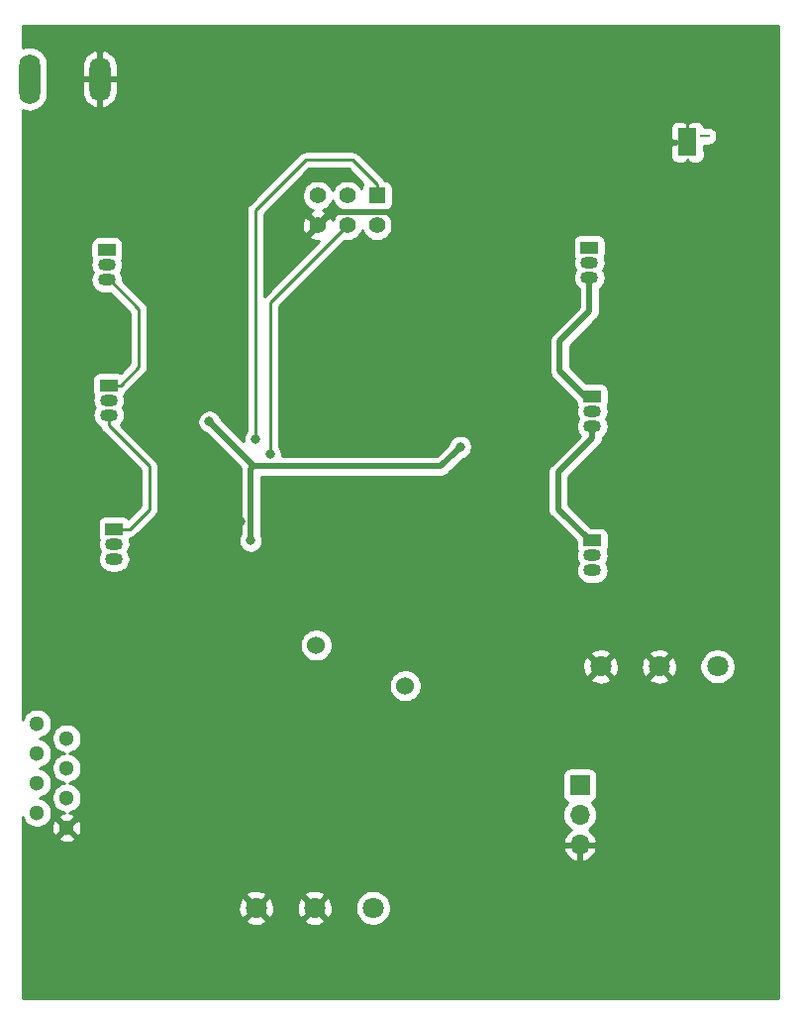
<source format=gbr>
G04 #@! TF.GenerationSoftware,KiCad,Pcbnew,(5.1.4)-1*
G04 #@! TF.CreationDate,2021-01-18T10:38:23+05:30*
G04 #@! TF.ProjectId,power,706f7765-722e-46b6-9963-61645f706362,rev?*
G04 #@! TF.SameCoordinates,Original*
G04 #@! TF.FileFunction,Copper,L2,Bot*
G04 #@! TF.FilePolarity,Positive*
%FSLAX46Y46*%
G04 Gerber Fmt 4.6, Leading zero omitted, Abs format (unit mm)*
G04 Created by KiCad (PCBNEW (5.1.4)-1) date 2021-01-18 10:38:23*
%MOMM*%
%LPD*%
G04 APERTURE LIST*
%ADD10O,1.700000X1.700000*%
%ADD11R,1.700000X1.700000*%
%ADD12C,1.400000*%
%ADD13R,1.400000X1.400000*%
%ADD14R,1.500000X1.050000*%
%ADD15O,1.500000X1.050000*%
%ADD16C,1.524000*%
%ADD17O,1.800000X3.800000*%
%ADD18O,1.800000X4.300000*%
%ADD19C,1.800000*%
%ADD20C,1.300000*%
%ADD21R,1.650000X2.400000*%
%ADD22C,0.600000*%
%ADD23R,0.850000X0.280000*%
%ADD24C,0.800000*%
%ADD25C,0.250000*%
%ADD26C,0.500000*%
%ADD27C,0.254000*%
G04 APERTURE END LIST*
D10*
X179899509Y-119690274D03*
X179899509Y-117150274D03*
D11*
X179899509Y-114610274D03*
D12*
X157480000Y-66802000D03*
X157480000Y-64262000D03*
X160020000Y-66802000D03*
X160020000Y-64262000D03*
X162560000Y-66802000D03*
D13*
X162560000Y-64262000D03*
D14*
X180975000Y-81407000D03*
D15*
X180975000Y-83947000D03*
X180975000Y-82677000D03*
D14*
X180721000Y-68707000D03*
D15*
X180721000Y-71247000D03*
X180721000Y-69977000D03*
D16*
X157353000Y-102666800D03*
X164973000Y-106121200D03*
D17*
X138851640Y-54289960D03*
D18*
X132851640Y-54289960D03*
D14*
X140070840Y-92760800D03*
D15*
X140070840Y-95300800D03*
X140070840Y-94030800D03*
D14*
X139613640Y-80467200D03*
D15*
X139613640Y-83007200D03*
X139613640Y-81737200D03*
D14*
X139456160Y-68894960D03*
D15*
X139456160Y-71434960D03*
X139456160Y-70164960D03*
D14*
X180975000Y-93726000D03*
D15*
X180975000Y-96266000D03*
X180975000Y-94996000D03*
D19*
X191675252Y-104479217D03*
X181675252Y-104479217D03*
X186675252Y-104479217D03*
X162226000Y-125095000D03*
X152226000Y-125095000D03*
X157226000Y-125095000D03*
D20*
X133477000Y-114427000D03*
X133477000Y-111887000D03*
X133477000Y-109347000D03*
X133477000Y-116967000D03*
X136017000Y-110617000D03*
X136017000Y-113157000D03*
X136017000Y-115697000D03*
X136017000Y-118237000D03*
D21*
X189103000Y-59690000D03*
D22*
X189103000Y-59690000D03*
X189583000Y-60550000D03*
X189583000Y-58830000D03*
X188623000Y-60550000D03*
X188623000Y-58830000D03*
D23*
X190578000Y-59190000D03*
D24*
X173609000Y-72680000D03*
X173609000Y-50673000D03*
X183134000Y-62103000D03*
X187833000Y-56134000D03*
X161036000Y-95885000D03*
X146558000Y-72263000D03*
X156972000Y-51435000D03*
X150680862Y-111409539D03*
X190246000Y-80518000D03*
X172974000Y-130683000D03*
X175895000Y-84455000D03*
X193167000Y-53975000D03*
X148082000Y-61214000D03*
X150876000Y-92075000D03*
X147808507Y-84970704D03*
X190881000Y-92329000D03*
X134747000Y-90551000D03*
X167259000Y-65405000D03*
X167767000Y-82296004D03*
X148218434Y-83564246D03*
X151765000Y-93726000D03*
X169672000Y-85725000D03*
X152146000Y-85090000D03*
X153416000Y-86360000D03*
D25*
X189103000Y-59690000D02*
X189103000Y-57404000D01*
X189103000Y-57404000D02*
X187833000Y-56134000D01*
D26*
X166693315Y-65405000D02*
X167259000Y-65405000D01*
X166446316Y-65651999D02*
X166693315Y-65405000D01*
X158630001Y-65651999D02*
X166446316Y-65651999D01*
X157480000Y-66802000D02*
X158630001Y-65651999D01*
X148618433Y-83964245D02*
X148218434Y-83564246D01*
X152030188Y-87376000D02*
X148618433Y-83964245D01*
X151765000Y-87641188D02*
X152030188Y-87376000D01*
X151765000Y-93726000D02*
X151765000Y-87641188D01*
X168021000Y-87376000D02*
X169272001Y-86124999D01*
X169272001Y-86124999D02*
X169672000Y-85725000D01*
X152030188Y-87376000D02*
X168021000Y-87376000D01*
D25*
X139430000Y-68868800D02*
X139456160Y-68894960D01*
X139681160Y-71434960D02*
X139456160Y-71434960D01*
X139613640Y-80467200D02*
X140613640Y-80467200D01*
X140613640Y-80467200D02*
X142214600Y-78866240D01*
X142214600Y-78866240D02*
X142214600Y-73968400D01*
X142214600Y-73968400D02*
X139681160Y-71434960D01*
X139613640Y-83888280D02*
X139613640Y-83007200D01*
X141401800Y-92760800D02*
X143103600Y-91059000D01*
X140070840Y-92760800D02*
X141401800Y-92760800D01*
X143103600Y-91059000D02*
X143103600Y-87378240D01*
X143103600Y-87378240D02*
X139613640Y-83888280D01*
D26*
X180975000Y-84972000D02*
X178054000Y-87893000D01*
X180975000Y-83947000D02*
X180975000Y-84972000D01*
X178054000Y-91030000D02*
X180750000Y-93726000D01*
X180750000Y-93726000D02*
X180975000Y-93726000D01*
X178054000Y-87893000D02*
X178054000Y-91030000D01*
D25*
X152146000Y-65532000D02*
X152146000Y-85090000D01*
X156464000Y-61214000D02*
X152146000Y-65532000D01*
X160462000Y-61214000D02*
X156464000Y-61214000D01*
X162560000Y-64262000D02*
X162560000Y-63312000D01*
X162560000Y-63312000D02*
X160462000Y-61214000D01*
X153416000Y-73406000D02*
X153416000Y-86360000D01*
X160020000Y-66802000D02*
X153416000Y-73406000D01*
D26*
X180340000Y-81407000D02*
X180975000Y-81407000D01*
X178181000Y-79248000D02*
X180340000Y-81407000D01*
X178181000Y-76708000D02*
X178181000Y-79248000D01*
X180721000Y-71247000D02*
X180721000Y-74168000D01*
X180721000Y-74168000D02*
X178181000Y-76708000D01*
D27*
G36*
X196877001Y-132803000D02*
G01*
X132235000Y-132803000D01*
X132235000Y-126159080D01*
X151341525Y-126159080D01*
X151425208Y-126413261D01*
X151697775Y-126544158D01*
X151990642Y-126619365D01*
X152292553Y-126635991D01*
X152591907Y-126593397D01*
X152877199Y-126493222D01*
X153026792Y-126413261D01*
X153110475Y-126159080D01*
X156341525Y-126159080D01*
X156425208Y-126413261D01*
X156697775Y-126544158D01*
X156990642Y-126619365D01*
X157292553Y-126635991D01*
X157591907Y-126593397D01*
X157877199Y-126493222D01*
X158026792Y-126413261D01*
X158110475Y-126159080D01*
X157226000Y-125274605D01*
X156341525Y-126159080D01*
X153110475Y-126159080D01*
X152226000Y-125274605D01*
X151341525Y-126159080D01*
X132235000Y-126159080D01*
X132235000Y-125161553D01*
X150685009Y-125161553D01*
X150727603Y-125460907D01*
X150827778Y-125746199D01*
X150907739Y-125895792D01*
X151161920Y-125979475D01*
X152046395Y-125095000D01*
X152405605Y-125095000D01*
X153290080Y-125979475D01*
X153544261Y-125895792D01*
X153675158Y-125623225D01*
X153750365Y-125330358D01*
X153759660Y-125161553D01*
X155685009Y-125161553D01*
X155727603Y-125460907D01*
X155827778Y-125746199D01*
X155907739Y-125895792D01*
X156161920Y-125979475D01*
X157046395Y-125095000D01*
X157405605Y-125095000D01*
X158290080Y-125979475D01*
X158544261Y-125895792D01*
X158675158Y-125623225D01*
X158750365Y-125330358D01*
X158766991Y-125028447D01*
X158754950Y-124943816D01*
X160691000Y-124943816D01*
X160691000Y-125246184D01*
X160749989Y-125542743D01*
X160865701Y-125822095D01*
X161033688Y-126073505D01*
X161247495Y-126287312D01*
X161498905Y-126455299D01*
X161778257Y-126571011D01*
X162074816Y-126630000D01*
X162377184Y-126630000D01*
X162673743Y-126571011D01*
X162953095Y-126455299D01*
X163204505Y-126287312D01*
X163418312Y-126073505D01*
X163586299Y-125822095D01*
X163702011Y-125542743D01*
X163761000Y-125246184D01*
X163761000Y-124943816D01*
X163702011Y-124647257D01*
X163586299Y-124367905D01*
X163418312Y-124116495D01*
X163204505Y-123902688D01*
X162953095Y-123734701D01*
X162673743Y-123618989D01*
X162377184Y-123560000D01*
X162074816Y-123560000D01*
X161778257Y-123618989D01*
X161498905Y-123734701D01*
X161247495Y-123902688D01*
X161033688Y-124116495D01*
X160865701Y-124367905D01*
X160749989Y-124647257D01*
X160691000Y-124943816D01*
X158754950Y-124943816D01*
X158724397Y-124729093D01*
X158624222Y-124443801D01*
X158544261Y-124294208D01*
X158290080Y-124210525D01*
X157405605Y-125095000D01*
X157046395Y-125095000D01*
X156161920Y-124210525D01*
X155907739Y-124294208D01*
X155776842Y-124566775D01*
X155701635Y-124859642D01*
X155685009Y-125161553D01*
X153759660Y-125161553D01*
X153766991Y-125028447D01*
X153724397Y-124729093D01*
X153624222Y-124443801D01*
X153544261Y-124294208D01*
X153290080Y-124210525D01*
X152405605Y-125095000D01*
X152046395Y-125095000D01*
X151161920Y-124210525D01*
X150907739Y-124294208D01*
X150776842Y-124566775D01*
X150701635Y-124859642D01*
X150685009Y-125161553D01*
X132235000Y-125161553D01*
X132235000Y-124030920D01*
X151341525Y-124030920D01*
X152226000Y-124915395D01*
X153110475Y-124030920D01*
X156341525Y-124030920D01*
X157226000Y-124915395D01*
X158110475Y-124030920D01*
X158026792Y-123776739D01*
X157754225Y-123645842D01*
X157461358Y-123570635D01*
X157159447Y-123554009D01*
X156860093Y-123596603D01*
X156574801Y-123696778D01*
X156425208Y-123776739D01*
X156341525Y-124030920D01*
X153110475Y-124030920D01*
X153026792Y-123776739D01*
X152754225Y-123645842D01*
X152461358Y-123570635D01*
X152159447Y-123554009D01*
X151860093Y-123596603D01*
X151574801Y-123696778D01*
X151425208Y-123776739D01*
X151341525Y-124030920D01*
X132235000Y-124030920D01*
X132235000Y-120047164D01*
X178458033Y-120047164D01*
X178502684Y-120194373D01*
X178627868Y-120457194D01*
X178801921Y-120690543D01*
X179018154Y-120885452D01*
X179268257Y-121034431D01*
X179542618Y-121131755D01*
X179772509Y-121011088D01*
X179772509Y-119817274D01*
X180026509Y-119817274D01*
X180026509Y-121011088D01*
X180256400Y-121131755D01*
X180530761Y-121034431D01*
X180780864Y-120885452D01*
X180997097Y-120690543D01*
X181171150Y-120457194D01*
X181296334Y-120194373D01*
X181340985Y-120047164D01*
X181219664Y-119817274D01*
X180026509Y-119817274D01*
X179772509Y-119817274D01*
X178579354Y-119817274D01*
X178458033Y-120047164D01*
X132235000Y-120047164D01*
X132235000Y-119122527D01*
X135311078Y-119122527D01*
X135364466Y-119351201D01*
X135594374Y-119457095D01*
X135840524Y-119516102D01*
X136093455Y-119525952D01*
X136343449Y-119486270D01*
X136580896Y-119398578D01*
X136669534Y-119351201D01*
X136722922Y-119122527D01*
X136017000Y-118416605D01*
X135311078Y-119122527D01*
X132235000Y-119122527D01*
X132235000Y-118313455D01*
X134728048Y-118313455D01*
X134767730Y-118563449D01*
X134855422Y-118800896D01*
X134902799Y-118889534D01*
X135131473Y-118942922D01*
X135837395Y-118237000D01*
X136196605Y-118237000D01*
X136902527Y-118942922D01*
X137131201Y-118889534D01*
X137237095Y-118659626D01*
X137296102Y-118413476D01*
X137305952Y-118160545D01*
X137266270Y-117910551D01*
X137178578Y-117673104D01*
X137131201Y-117584466D01*
X136902527Y-117531078D01*
X136196605Y-118237000D01*
X135837395Y-118237000D01*
X135131473Y-117531078D01*
X134902799Y-117584466D01*
X134796905Y-117814374D01*
X134737898Y-118060524D01*
X134728048Y-118313455D01*
X132235000Y-118313455D01*
X132235000Y-117309741D01*
X132241381Y-117341821D01*
X132338247Y-117575676D01*
X132478875Y-117786140D01*
X132657860Y-117965125D01*
X132868324Y-118105753D01*
X133102179Y-118202619D01*
X133350439Y-118252000D01*
X133603561Y-118252000D01*
X133851821Y-118202619D01*
X134085676Y-118105753D01*
X134296140Y-117965125D01*
X134475125Y-117786140D01*
X134615753Y-117575676D01*
X134712619Y-117341821D01*
X134762000Y-117093561D01*
X134762000Y-116840439D01*
X134712619Y-116592179D01*
X134615753Y-116358324D01*
X134475125Y-116147860D01*
X134296140Y-115968875D01*
X134085676Y-115828247D01*
X133851821Y-115731381D01*
X133678973Y-115697000D01*
X133851821Y-115662619D01*
X134085676Y-115565753D01*
X134296140Y-115425125D01*
X134475125Y-115246140D01*
X134615753Y-115035676D01*
X134712619Y-114801821D01*
X134762000Y-114553561D01*
X134762000Y-114300439D01*
X134712619Y-114052179D01*
X134615753Y-113818324D01*
X134475125Y-113607860D01*
X134296140Y-113428875D01*
X134085676Y-113288247D01*
X133851821Y-113191381D01*
X133678973Y-113157000D01*
X133851821Y-113122619D01*
X134085676Y-113025753D01*
X134296140Y-112885125D01*
X134475125Y-112706140D01*
X134615753Y-112495676D01*
X134712619Y-112261821D01*
X134762000Y-112013561D01*
X134762000Y-111760439D01*
X134712619Y-111512179D01*
X134615753Y-111278324D01*
X134475125Y-111067860D01*
X134296140Y-110888875D01*
X134085676Y-110748247D01*
X133851821Y-110651381D01*
X133678973Y-110617000D01*
X133851821Y-110582619D01*
X134074363Y-110490439D01*
X134732000Y-110490439D01*
X134732000Y-110743561D01*
X134781381Y-110991821D01*
X134878247Y-111225676D01*
X135018875Y-111436140D01*
X135197860Y-111615125D01*
X135408324Y-111755753D01*
X135642179Y-111852619D01*
X135815027Y-111887000D01*
X135642179Y-111921381D01*
X135408324Y-112018247D01*
X135197860Y-112158875D01*
X135018875Y-112337860D01*
X134878247Y-112548324D01*
X134781381Y-112782179D01*
X134732000Y-113030439D01*
X134732000Y-113283561D01*
X134781381Y-113531821D01*
X134878247Y-113765676D01*
X135018875Y-113976140D01*
X135197860Y-114155125D01*
X135408324Y-114295753D01*
X135642179Y-114392619D01*
X135815027Y-114427000D01*
X135642179Y-114461381D01*
X135408324Y-114558247D01*
X135197860Y-114698875D01*
X135018875Y-114877860D01*
X134878247Y-115088324D01*
X134781381Y-115322179D01*
X134732000Y-115570439D01*
X134732000Y-115823561D01*
X134781381Y-116071821D01*
X134878247Y-116305676D01*
X135018875Y-116516140D01*
X135197860Y-116695125D01*
X135408324Y-116835753D01*
X135642179Y-116932619D01*
X135817744Y-116967540D01*
X135690551Y-116987730D01*
X135453104Y-117075422D01*
X135364466Y-117122799D01*
X135311078Y-117351473D01*
X136017000Y-118057395D01*
X136722922Y-117351473D01*
X136675949Y-117150274D01*
X178407324Y-117150274D01*
X178435996Y-117441385D01*
X178520910Y-117721308D01*
X178658803Y-117979288D01*
X178844375Y-118205408D01*
X179070495Y-118390980D01*
X179135032Y-118425475D01*
X179018154Y-118495096D01*
X178801921Y-118690005D01*
X178627868Y-118923354D01*
X178502684Y-119186175D01*
X178458033Y-119333384D01*
X178579354Y-119563274D01*
X179772509Y-119563274D01*
X179772509Y-119543274D01*
X180026509Y-119543274D01*
X180026509Y-119563274D01*
X181219664Y-119563274D01*
X181340985Y-119333384D01*
X181296334Y-119186175D01*
X181171150Y-118923354D01*
X180997097Y-118690005D01*
X180780864Y-118495096D01*
X180663986Y-118425475D01*
X180728523Y-118390980D01*
X180954643Y-118205408D01*
X181140215Y-117979288D01*
X181278108Y-117721308D01*
X181363022Y-117441385D01*
X181391694Y-117150274D01*
X181363022Y-116859163D01*
X181278108Y-116579240D01*
X181140215Y-116321260D01*
X180954643Y-116095140D01*
X180924822Y-116070667D01*
X180993689Y-116049776D01*
X181104003Y-115990811D01*
X181200694Y-115911459D01*
X181280046Y-115814768D01*
X181339011Y-115704454D01*
X181375321Y-115584756D01*
X181387581Y-115460274D01*
X181387581Y-113760274D01*
X181375321Y-113635792D01*
X181339011Y-113516094D01*
X181280046Y-113405780D01*
X181200694Y-113309089D01*
X181104003Y-113229737D01*
X180993689Y-113170772D01*
X180873991Y-113134462D01*
X180749509Y-113122202D01*
X179049509Y-113122202D01*
X178925027Y-113134462D01*
X178805329Y-113170772D01*
X178695015Y-113229737D01*
X178598324Y-113309089D01*
X178518972Y-113405780D01*
X178460007Y-113516094D01*
X178423697Y-113635792D01*
X178411437Y-113760274D01*
X178411437Y-115460274D01*
X178423697Y-115584756D01*
X178460007Y-115704454D01*
X178518972Y-115814768D01*
X178598324Y-115911459D01*
X178695015Y-115990811D01*
X178805329Y-116049776D01*
X178874196Y-116070667D01*
X178844375Y-116095140D01*
X178658803Y-116321260D01*
X178520910Y-116579240D01*
X178435996Y-116859163D01*
X178407324Y-117150274D01*
X136675949Y-117150274D01*
X136669534Y-117122799D01*
X136439626Y-117016905D01*
X136225789Y-116965644D01*
X136391821Y-116932619D01*
X136625676Y-116835753D01*
X136836140Y-116695125D01*
X137015125Y-116516140D01*
X137155753Y-116305676D01*
X137252619Y-116071821D01*
X137302000Y-115823561D01*
X137302000Y-115570439D01*
X137252619Y-115322179D01*
X137155753Y-115088324D01*
X137015125Y-114877860D01*
X136836140Y-114698875D01*
X136625676Y-114558247D01*
X136391821Y-114461381D01*
X136218973Y-114427000D01*
X136391821Y-114392619D01*
X136625676Y-114295753D01*
X136836140Y-114155125D01*
X137015125Y-113976140D01*
X137155753Y-113765676D01*
X137252619Y-113531821D01*
X137302000Y-113283561D01*
X137302000Y-113030439D01*
X137252619Y-112782179D01*
X137155753Y-112548324D01*
X137015125Y-112337860D01*
X136836140Y-112158875D01*
X136625676Y-112018247D01*
X136391821Y-111921381D01*
X136218973Y-111887000D01*
X136391821Y-111852619D01*
X136625676Y-111755753D01*
X136836140Y-111615125D01*
X137015125Y-111436140D01*
X137155753Y-111225676D01*
X137252619Y-110991821D01*
X137302000Y-110743561D01*
X137302000Y-110490439D01*
X137252619Y-110242179D01*
X137155753Y-110008324D01*
X137015125Y-109797860D01*
X136836140Y-109618875D01*
X136625676Y-109478247D01*
X136391821Y-109381381D01*
X136143561Y-109332000D01*
X135890439Y-109332000D01*
X135642179Y-109381381D01*
X135408324Y-109478247D01*
X135197860Y-109618875D01*
X135018875Y-109797860D01*
X134878247Y-110008324D01*
X134781381Y-110242179D01*
X134732000Y-110490439D01*
X134074363Y-110490439D01*
X134085676Y-110485753D01*
X134296140Y-110345125D01*
X134475125Y-110166140D01*
X134615753Y-109955676D01*
X134712619Y-109721821D01*
X134762000Y-109473561D01*
X134762000Y-109220439D01*
X134712619Y-108972179D01*
X134615753Y-108738324D01*
X134475125Y-108527860D01*
X134296140Y-108348875D01*
X134085676Y-108208247D01*
X133851821Y-108111381D01*
X133603561Y-108062000D01*
X133350439Y-108062000D01*
X133102179Y-108111381D01*
X132868324Y-108208247D01*
X132657860Y-108348875D01*
X132478875Y-108527860D01*
X132338247Y-108738324D01*
X132241381Y-108972179D01*
X132235000Y-109004259D01*
X132235000Y-105983608D01*
X163576000Y-105983608D01*
X163576000Y-106258792D01*
X163629686Y-106528690D01*
X163734995Y-106782927D01*
X163887880Y-107011735D01*
X164082465Y-107206320D01*
X164311273Y-107359205D01*
X164565510Y-107464514D01*
X164835408Y-107518200D01*
X165110592Y-107518200D01*
X165380490Y-107464514D01*
X165634727Y-107359205D01*
X165863535Y-107206320D01*
X166058120Y-107011735D01*
X166211005Y-106782927D01*
X166316314Y-106528690D01*
X166370000Y-106258792D01*
X166370000Y-105983608D01*
X166316314Y-105713710D01*
X166245727Y-105543297D01*
X180790777Y-105543297D01*
X180874460Y-105797478D01*
X181147027Y-105928375D01*
X181439894Y-106003582D01*
X181741805Y-106020208D01*
X182041159Y-105977614D01*
X182326451Y-105877439D01*
X182476044Y-105797478D01*
X182559727Y-105543297D01*
X185790777Y-105543297D01*
X185874460Y-105797478D01*
X186147027Y-105928375D01*
X186439894Y-106003582D01*
X186741805Y-106020208D01*
X187041159Y-105977614D01*
X187326451Y-105877439D01*
X187476044Y-105797478D01*
X187559727Y-105543297D01*
X186675252Y-104658822D01*
X185790777Y-105543297D01*
X182559727Y-105543297D01*
X181675252Y-104658822D01*
X180790777Y-105543297D01*
X166245727Y-105543297D01*
X166211005Y-105459473D01*
X166058120Y-105230665D01*
X165863535Y-105036080D01*
X165634727Y-104883195D01*
X165380490Y-104777886D01*
X165110592Y-104724200D01*
X164835408Y-104724200D01*
X164565510Y-104777886D01*
X164311273Y-104883195D01*
X164082465Y-105036080D01*
X163887880Y-105230665D01*
X163734995Y-105459473D01*
X163629686Y-105713710D01*
X163576000Y-105983608D01*
X132235000Y-105983608D01*
X132235000Y-104545770D01*
X180134261Y-104545770D01*
X180176855Y-104845124D01*
X180277030Y-105130416D01*
X180356991Y-105280009D01*
X180611172Y-105363692D01*
X181495647Y-104479217D01*
X181854857Y-104479217D01*
X182739332Y-105363692D01*
X182993513Y-105280009D01*
X183124410Y-105007442D01*
X183199617Y-104714575D01*
X183208912Y-104545770D01*
X185134261Y-104545770D01*
X185176855Y-104845124D01*
X185277030Y-105130416D01*
X185356991Y-105280009D01*
X185611172Y-105363692D01*
X186495647Y-104479217D01*
X186854857Y-104479217D01*
X187739332Y-105363692D01*
X187993513Y-105280009D01*
X188124410Y-105007442D01*
X188199617Y-104714575D01*
X188216243Y-104412664D01*
X188204202Y-104328033D01*
X190140252Y-104328033D01*
X190140252Y-104630401D01*
X190199241Y-104926960D01*
X190314953Y-105206312D01*
X190482940Y-105457722D01*
X190696747Y-105671529D01*
X190948157Y-105839516D01*
X191227509Y-105955228D01*
X191524068Y-106014217D01*
X191826436Y-106014217D01*
X192122995Y-105955228D01*
X192402347Y-105839516D01*
X192653757Y-105671529D01*
X192867564Y-105457722D01*
X193035551Y-105206312D01*
X193151263Y-104926960D01*
X193210252Y-104630401D01*
X193210252Y-104328033D01*
X193151263Y-104031474D01*
X193035551Y-103752122D01*
X192867564Y-103500712D01*
X192653757Y-103286905D01*
X192402347Y-103118918D01*
X192122995Y-103003206D01*
X191826436Y-102944217D01*
X191524068Y-102944217D01*
X191227509Y-103003206D01*
X190948157Y-103118918D01*
X190696747Y-103286905D01*
X190482940Y-103500712D01*
X190314953Y-103752122D01*
X190199241Y-104031474D01*
X190140252Y-104328033D01*
X188204202Y-104328033D01*
X188173649Y-104113310D01*
X188073474Y-103828018D01*
X187993513Y-103678425D01*
X187739332Y-103594742D01*
X186854857Y-104479217D01*
X186495647Y-104479217D01*
X185611172Y-103594742D01*
X185356991Y-103678425D01*
X185226094Y-103950992D01*
X185150887Y-104243859D01*
X185134261Y-104545770D01*
X183208912Y-104545770D01*
X183216243Y-104412664D01*
X183173649Y-104113310D01*
X183073474Y-103828018D01*
X182993513Y-103678425D01*
X182739332Y-103594742D01*
X181854857Y-104479217D01*
X181495647Y-104479217D01*
X180611172Y-103594742D01*
X180356991Y-103678425D01*
X180226094Y-103950992D01*
X180150887Y-104243859D01*
X180134261Y-104545770D01*
X132235000Y-104545770D01*
X132235000Y-102529208D01*
X155956000Y-102529208D01*
X155956000Y-102804392D01*
X156009686Y-103074290D01*
X156114995Y-103328527D01*
X156267880Y-103557335D01*
X156462465Y-103751920D01*
X156691273Y-103904805D01*
X156945510Y-104010114D01*
X157215408Y-104063800D01*
X157490592Y-104063800D01*
X157760490Y-104010114D01*
X158014727Y-103904805D01*
X158243535Y-103751920D01*
X158438120Y-103557335D01*
X158533133Y-103415137D01*
X180790777Y-103415137D01*
X181675252Y-104299612D01*
X182559727Y-103415137D01*
X185790777Y-103415137D01*
X186675252Y-104299612D01*
X187559727Y-103415137D01*
X187476044Y-103160956D01*
X187203477Y-103030059D01*
X186910610Y-102954852D01*
X186608699Y-102938226D01*
X186309345Y-102980820D01*
X186024053Y-103080995D01*
X185874460Y-103160956D01*
X185790777Y-103415137D01*
X182559727Y-103415137D01*
X182476044Y-103160956D01*
X182203477Y-103030059D01*
X181910610Y-102954852D01*
X181608699Y-102938226D01*
X181309345Y-102980820D01*
X181024053Y-103080995D01*
X180874460Y-103160956D01*
X180790777Y-103415137D01*
X158533133Y-103415137D01*
X158591005Y-103328527D01*
X158696314Y-103074290D01*
X158750000Y-102804392D01*
X158750000Y-102529208D01*
X158696314Y-102259310D01*
X158591005Y-102005073D01*
X158438120Y-101776265D01*
X158243535Y-101581680D01*
X158014727Y-101428795D01*
X157760490Y-101323486D01*
X157490592Y-101269800D01*
X157215408Y-101269800D01*
X156945510Y-101323486D01*
X156691273Y-101428795D01*
X156462465Y-101581680D01*
X156267880Y-101776265D01*
X156114995Y-102005073D01*
X156009686Y-102259310D01*
X155956000Y-102529208D01*
X132235000Y-102529208D01*
X132235000Y-70164960D01*
X138065548Y-70164960D01*
X138087945Y-70392360D01*
X138154275Y-70611020D01*
X138255265Y-70799960D01*
X138154275Y-70988900D01*
X138087945Y-71207560D01*
X138065548Y-71434960D01*
X138087945Y-71662360D01*
X138154275Y-71881020D01*
X138261989Y-72082539D01*
X138406948Y-72259172D01*
X138583581Y-72404131D01*
X138785100Y-72511845D01*
X139003760Y-72578175D01*
X139174181Y-72594960D01*
X139738139Y-72594960D01*
X139763829Y-72592430D01*
X141454601Y-74283203D01*
X141454600Y-78551438D01*
X140637484Y-79368554D01*
X140607820Y-79352698D01*
X140488122Y-79316388D01*
X140363640Y-79304128D01*
X138863640Y-79304128D01*
X138739158Y-79316388D01*
X138619460Y-79352698D01*
X138509146Y-79411663D01*
X138412455Y-79491015D01*
X138333103Y-79587706D01*
X138274138Y-79698020D01*
X138237828Y-79817718D01*
X138225568Y-79942200D01*
X138225568Y-80992200D01*
X138237828Y-81116682D01*
X138274138Y-81236380D01*
X138308733Y-81301102D01*
X138245425Y-81509800D01*
X138223028Y-81737200D01*
X138245425Y-81964600D01*
X138311755Y-82183260D01*
X138412745Y-82372200D01*
X138311755Y-82561140D01*
X138245425Y-82779800D01*
X138223028Y-83007200D01*
X138245425Y-83234600D01*
X138311755Y-83453260D01*
X138419469Y-83654779D01*
X138564428Y-83831412D01*
X138741061Y-83976371D01*
X138866505Y-84043422D01*
X138895114Y-84137735D01*
X138908094Y-84180526D01*
X138978666Y-84312556D01*
X139018511Y-84361106D01*
X139073639Y-84428281D01*
X139102643Y-84452084D01*
X142343601Y-87693043D01*
X142343600Y-90744198D01*
X141286070Y-91801729D01*
X141272025Y-91784615D01*
X141175334Y-91705263D01*
X141065020Y-91646298D01*
X140945322Y-91609988D01*
X140820840Y-91597728D01*
X139320840Y-91597728D01*
X139196358Y-91609988D01*
X139076660Y-91646298D01*
X138966346Y-91705263D01*
X138869655Y-91784615D01*
X138790303Y-91881306D01*
X138731338Y-91991620D01*
X138695028Y-92111318D01*
X138682768Y-92235800D01*
X138682768Y-93285800D01*
X138695028Y-93410282D01*
X138731338Y-93529980D01*
X138765933Y-93594702D01*
X138702625Y-93803400D01*
X138680228Y-94030800D01*
X138702625Y-94258200D01*
X138768955Y-94476860D01*
X138869945Y-94665800D01*
X138768955Y-94854740D01*
X138702625Y-95073400D01*
X138680228Y-95300800D01*
X138702625Y-95528200D01*
X138768955Y-95746860D01*
X138876669Y-95948379D01*
X139021628Y-96125012D01*
X139198261Y-96269971D01*
X139399780Y-96377685D01*
X139618440Y-96444015D01*
X139788861Y-96460800D01*
X140352819Y-96460800D01*
X140523240Y-96444015D01*
X140741900Y-96377685D01*
X140943419Y-96269971D01*
X141120052Y-96125012D01*
X141265011Y-95948379D01*
X141372725Y-95746860D01*
X141439055Y-95528200D01*
X141461452Y-95300800D01*
X141439055Y-95073400D01*
X141372725Y-94854740D01*
X141271735Y-94665800D01*
X141372725Y-94476860D01*
X141439055Y-94258200D01*
X141461452Y-94030800D01*
X141439055Y-93803400D01*
X141375747Y-93594702D01*
X141410342Y-93529980D01*
X141412326Y-93523439D01*
X141439122Y-93520800D01*
X141439133Y-93520800D01*
X141550786Y-93509803D01*
X141694047Y-93466346D01*
X141826076Y-93395774D01*
X141941801Y-93300801D01*
X141965604Y-93271797D01*
X143614604Y-91622798D01*
X143643601Y-91599001D01*
X143738574Y-91483276D01*
X143809146Y-91351247D01*
X143852603Y-91207986D01*
X143863600Y-91096333D01*
X143863600Y-91096325D01*
X143867276Y-91059000D01*
X143863600Y-91021675D01*
X143863600Y-87415565D01*
X143867276Y-87378240D01*
X143863600Y-87340915D01*
X143863600Y-87340907D01*
X143852603Y-87229254D01*
X143809146Y-87085993D01*
X143738574Y-86953964D01*
X143643601Y-86838239D01*
X143614603Y-86814441D01*
X140645672Y-83845511D01*
X140662852Y-83831412D01*
X140807811Y-83654779D01*
X140910689Y-83462307D01*
X147183434Y-83462307D01*
X147183434Y-83666185D01*
X147223208Y-83866144D01*
X147301229Y-84054502D01*
X147414497Y-84224020D01*
X147558660Y-84368183D01*
X147728178Y-84481451D01*
X147916536Y-84559472D01*
X147973391Y-84570781D01*
X150890788Y-87488179D01*
X150875719Y-87641188D01*
X150880001Y-87684667D01*
X150880000Y-93187546D01*
X150847795Y-93235744D01*
X150769774Y-93424102D01*
X150730000Y-93624061D01*
X150730000Y-93827939D01*
X150769774Y-94027898D01*
X150847795Y-94216256D01*
X150961063Y-94385774D01*
X151105226Y-94529937D01*
X151274744Y-94643205D01*
X151463102Y-94721226D01*
X151663061Y-94761000D01*
X151866939Y-94761000D01*
X152066898Y-94721226D01*
X152255256Y-94643205D01*
X152424774Y-94529937D01*
X152568937Y-94385774D01*
X152682205Y-94216256D01*
X152760226Y-94027898D01*
X152800000Y-93827939D01*
X152800000Y-93624061D01*
X152760226Y-93424102D01*
X152682205Y-93235744D01*
X152650000Y-93187546D01*
X152650000Y-88261000D01*
X167977531Y-88261000D01*
X168021000Y-88265281D01*
X168064469Y-88261000D01*
X168064477Y-88261000D01*
X168194490Y-88248195D01*
X168361313Y-88197589D01*
X168515059Y-88115411D01*
X168649817Y-88004817D01*
X168677534Y-87971044D01*
X168755578Y-87893000D01*
X177164719Y-87893000D01*
X177169000Y-87936469D01*
X177169001Y-90986521D01*
X177164719Y-91030000D01*
X177181805Y-91203490D01*
X177232412Y-91370313D01*
X177314590Y-91524059D01*
X177397468Y-91625046D01*
X177397471Y-91625049D01*
X177425184Y-91658817D01*
X177458951Y-91686529D01*
X179586928Y-93814507D01*
X179586928Y-94251000D01*
X179599188Y-94375482D01*
X179635498Y-94495180D01*
X179670093Y-94559902D01*
X179606785Y-94768600D01*
X179584388Y-94996000D01*
X179606785Y-95223400D01*
X179673115Y-95442060D01*
X179774105Y-95631000D01*
X179673115Y-95819940D01*
X179606785Y-96038600D01*
X179584388Y-96266000D01*
X179606785Y-96493400D01*
X179673115Y-96712060D01*
X179780829Y-96913579D01*
X179925788Y-97090212D01*
X180102421Y-97235171D01*
X180303940Y-97342885D01*
X180522600Y-97409215D01*
X180693021Y-97426000D01*
X181256979Y-97426000D01*
X181427400Y-97409215D01*
X181646060Y-97342885D01*
X181847579Y-97235171D01*
X182024212Y-97090212D01*
X182169171Y-96913579D01*
X182276885Y-96712060D01*
X182343215Y-96493400D01*
X182365612Y-96266000D01*
X182343215Y-96038600D01*
X182276885Y-95819940D01*
X182175895Y-95631000D01*
X182276885Y-95442060D01*
X182343215Y-95223400D01*
X182365612Y-94996000D01*
X182343215Y-94768600D01*
X182279907Y-94559902D01*
X182314502Y-94495180D01*
X182350812Y-94375482D01*
X182363072Y-94251000D01*
X182363072Y-93201000D01*
X182350812Y-93076518D01*
X182314502Y-92956820D01*
X182255537Y-92846506D01*
X182176185Y-92749815D01*
X182079494Y-92670463D01*
X181969180Y-92611498D01*
X181849482Y-92575188D01*
X181725000Y-92562928D01*
X180838507Y-92562928D01*
X178939000Y-90663422D01*
X178939000Y-88259578D01*
X181570049Y-85628530D01*
X181603817Y-85600817D01*
X181689690Y-85496182D01*
X181714411Y-85466059D01*
X181757423Y-85385588D01*
X181796589Y-85312313D01*
X181847195Y-85145490D01*
X181860000Y-85015477D01*
X181860000Y-85015469D01*
X181864281Y-84972000D01*
X181860000Y-84928531D01*
X181860000Y-84905977D01*
X182024212Y-84771212D01*
X182169171Y-84594579D01*
X182276885Y-84393060D01*
X182343215Y-84174400D01*
X182365612Y-83947000D01*
X182343215Y-83719600D01*
X182276885Y-83500940D01*
X182175895Y-83312000D01*
X182276885Y-83123060D01*
X182343215Y-82904400D01*
X182365612Y-82677000D01*
X182343215Y-82449600D01*
X182279907Y-82240902D01*
X182314502Y-82176180D01*
X182350812Y-82056482D01*
X182363072Y-81932000D01*
X182363072Y-80882000D01*
X182350812Y-80757518D01*
X182314502Y-80637820D01*
X182255537Y-80527506D01*
X182176185Y-80430815D01*
X182079494Y-80351463D01*
X181969180Y-80292498D01*
X181849482Y-80256188D01*
X181725000Y-80243928D01*
X180428507Y-80243928D01*
X179066000Y-78881422D01*
X179066000Y-77074578D01*
X181316049Y-74824530D01*
X181349817Y-74796817D01*
X181460411Y-74662059D01*
X181542589Y-74508313D01*
X181593195Y-74341490D01*
X181606000Y-74211477D01*
X181606000Y-74211467D01*
X181610281Y-74168001D01*
X181606000Y-74124535D01*
X181606000Y-72205977D01*
X181770212Y-72071212D01*
X181915171Y-71894579D01*
X182022885Y-71693060D01*
X182089215Y-71474400D01*
X182111612Y-71247000D01*
X182089215Y-71019600D01*
X182022885Y-70800940D01*
X181921895Y-70612000D01*
X182022885Y-70423060D01*
X182089215Y-70204400D01*
X182111612Y-69977000D01*
X182089215Y-69749600D01*
X182025907Y-69540902D01*
X182060502Y-69476180D01*
X182096812Y-69356482D01*
X182109072Y-69232000D01*
X182109072Y-68182000D01*
X182096812Y-68057518D01*
X182060502Y-67937820D01*
X182001537Y-67827506D01*
X181922185Y-67730815D01*
X181825494Y-67651463D01*
X181715180Y-67592498D01*
X181595482Y-67556188D01*
X181471000Y-67543928D01*
X179971000Y-67543928D01*
X179846518Y-67556188D01*
X179726820Y-67592498D01*
X179616506Y-67651463D01*
X179519815Y-67730815D01*
X179440463Y-67827506D01*
X179381498Y-67937820D01*
X179345188Y-68057518D01*
X179332928Y-68182000D01*
X179332928Y-69232000D01*
X179345188Y-69356482D01*
X179381498Y-69476180D01*
X179416093Y-69540902D01*
X179352785Y-69749600D01*
X179330388Y-69977000D01*
X179352785Y-70204400D01*
X179419115Y-70423060D01*
X179520105Y-70612000D01*
X179419115Y-70800940D01*
X179352785Y-71019600D01*
X179330388Y-71247000D01*
X179352785Y-71474400D01*
X179419115Y-71693060D01*
X179526829Y-71894579D01*
X179671788Y-72071212D01*
X179836000Y-72205978D01*
X179836001Y-73801420D01*
X177585956Y-76051466D01*
X177552183Y-76079183D01*
X177441589Y-76213942D01*
X177359411Y-76367688D01*
X177308805Y-76534511D01*
X177296000Y-76664524D01*
X177296000Y-76664531D01*
X177291719Y-76708000D01*
X177296000Y-76751469D01*
X177296001Y-79204521D01*
X177291719Y-79248000D01*
X177308805Y-79421490D01*
X177359412Y-79588313D01*
X177441590Y-79742059D01*
X177524468Y-79843046D01*
X177524471Y-79843049D01*
X177552184Y-79876817D01*
X177585951Y-79904529D01*
X179586928Y-81905507D01*
X179586928Y-81932000D01*
X179599188Y-82056482D01*
X179635498Y-82176180D01*
X179670093Y-82240902D01*
X179606785Y-82449600D01*
X179584388Y-82677000D01*
X179606785Y-82904400D01*
X179673115Y-83123060D01*
X179774105Y-83312000D01*
X179673115Y-83500940D01*
X179606785Y-83719600D01*
X179584388Y-83947000D01*
X179606785Y-84174400D01*
X179673115Y-84393060D01*
X179780829Y-84594579D01*
X179925076Y-84770345D01*
X177458956Y-87236466D01*
X177425183Y-87264183D01*
X177314589Y-87398942D01*
X177232411Y-87552688D01*
X177181805Y-87719511D01*
X177169000Y-87849524D01*
X177169000Y-87849531D01*
X177164719Y-87893000D01*
X168755578Y-87893000D01*
X169917044Y-86731535D01*
X169973898Y-86720226D01*
X170162256Y-86642205D01*
X170331774Y-86528937D01*
X170475937Y-86384774D01*
X170589205Y-86215256D01*
X170667226Y-86026898D01*
X170707000Y-85826939D01*
X170707000Y-85623061D01*
X170667226Y-85423102D01*
X170589205Y-85234744D01*
X170475937Y-85065226D01*
X170331774Y-84921063D01*
X170162256Y-84807795D01*
X169973898Y-84729774D01*
X169773939Y-84690000D01*
X169570061Y-84690000D01*
X169370102Y-84729774D01*
X169181744Y-84807795D01*
X169012226Y-84921063D01*
X168868063Y-85065226D01*
X168754795Y-85234744D01*
X168676774Y-85423102D01*
X168665465Y-85479956D01*
X167654422Y-86491000D01*
X154445219Y-86491000D01*
X154451000Y-86461939D01*
X154451000Y-86258061D01*
X154411226Y-86058102D01*
X154333205Y-85869744D01*
X154219937Y-85700226D01*
X154176000Y-85656289D01*
X154176000Y-73720801D01*
X159781157Y-68115645D01*
X159888514Y-68137000D01*
X160151486Y-68137000D01*
X160409405Y-68085696D01*
X160652359Y-67985061D01*
X160871013Y-67838962D01*
X161056962Y-67653013D01*
X161203061Y-67434359D01*
X161290000Y-67224470D01*
X161376939Y-67434359D01*
X161523038Y-67653013D01*
X161708987Y-67838962D01*
X161927641Y-67985061D01*
X162170595Y-68085696D01*
X162428514Y-68137000D01*
X162691486Y-68137000D01*
X162949405Y-68085696D01*
X163192359Y-67985061D01*
X163411013Y-67838962D01*
X163596962Y-67653013D01*
X163743061Y-67434359D01*
X163843696Y-67191405D01*
X163895000Y-66933486D01*
X163895000Y-66670514D01*
X163843696Y-66412595D01*
X163743061Y-66169641D01*
X163596962Y-65950987D01*
X163411013Y-65765038D01*
X163192359Y-65618939D01*
X163146810Y-65600072D01*
X163260000Y-65600072D01*
X163384482Y-65587812D01*
X163504180Y-65551502D01*
X163614494Y-65492537D01*
X163711185Y-65413185D01*
X163790537Y-65316494D01*
X163849502Y-65206180D01*
X163885812Y-65086482D01*
X163898072Y-64962000D01*
X163898072Y-63562000D01*
X163885812Y-63437518D01*
X163849502Y-63317820D01*
X163790537Y-63207506D01*
X163711185Y-63110815D01*
X163614494Y-63031463D01*
X163504180Y-62972498D01*
X163384482Y-62936188D01*
X163260000Y-62923928D01*
X163214326Y-62923928D01*
X163194974Y-62887723D01*
X163123799Y-62800997D01*
X163100001Y-62771999D01*
X163071003Y-62748201D01*
X161025804Y-60703003D01*
X161002001Y-60673999D01*
X160886276Y-60579026D01*
X160754247Y-60508454D01*
X160610986Y-60464997D01*
X160499333Y-60454000D01*
X160499322Y-60454000D01*
X160462000Y-60450324D01*
X160424678Y-60454000D01*
X156501322Y-60454000D01*
X156463999Y-60450324D01*
X156426676Y-60454000D01*
X156426667Y-60454000D01*
X156315014Y-60464997D01*
X156171753Y-60508454D01*
X156039724Y-60579026D01*
X155923999Y-60673999D01*
X155900201Y-60702997D01*
X151635003Y-64968196D01*
X151605999Y-64991999D01*
X151550871Y-65059174D01*
X151511026Y-65107724D01*
X151508199Y-65113013D01*
X151440454Y-65239754D01*
X151396997Y-65383015D01*
X151386000Y-65494668D01*
X151386000Y-65494678D01*
X151382324Y-65532000D01*
X151386000Y-65569322D01*
X151386001Y-84386288D01*
X151342063Y-84430226D01*
X151228795Y-84599744D01*
X151150774Y-84788102D01*
X151111000Y-84988061D01*
X151111000Y-85191939D01*
X151114301Y-85208534D01*
X149224969Y-83319203D01*
X149213660Y-83262348D01*
X149135639Y-83073990D01*
X149022371Y-82904472D01*
X148878208Y-82760309D01*
X148708690Y-82647041D01*
X148520332Y-82569020D01*
X148320373Y-82529246D01*
X148116495Y-82529246D01*
X147916536Y-82569020D01*
X147728178Y-82647041D01*
X147558660Y-82760309D01*
X147414497Y-82904472D01*
X147301229Y-83073990D01*
X147223208Y-83262348D01*
X147183434Y-83462307D01*
X140910689Y-83462307D01*
X140915525Y-83453260D01*
X140981855Y-83234600D01*
X141004252Y-83007200D01*
X140981855Y-82779800D01*
X140915525Y-82561140D01*
X140814535Y-82372200D01*
X140915525Y-82183260D01*
X140981855Y-81964600D01*
X141004252Y-81737200D01*
X140981855Y-81509800D01*
X140918547Y-81301102D01*
X140953142Y-81236380D01*
X140985326Y-81130284D01*
X141037916Y-81102174D01*
X141153641Y-81007201D01*
X141177444Y-80978197D01*
X142725604Y-79430038D01*
X142754601Y-79406241D01*
X142849574Y-79290516D01*
X142920146Y-79158487D01*
X142963603Y-79015226D01*
X142974600Y-78903573D01*
X142974600Y-78903564D01*
X142978276Y-78866241D01*
X142974600Y-78828918D01*
X142974600Y-74005722D01*
X142978276Y-73968399D01*
X142974600Y-73931076D01*
X142974600Y-73931067D01*
X142963603Y-73819414D01*
X142920146Y-73676153D01*
X142849574Y-73544124D01*
X142754601Y-73428399D01*
X142725603Y-73404601D01*
X140838630Y-71517629D01*
X140846772Y-71434960D01*
X140824375Y-71207560D01*
X140758045Y-70988900D01*
X140657055Y-70799960D01*
X140758045Y-70611020D01*
X140824375Y-70392360D01*
X140846772Y-70164960D01*
X140824375Y-69937560D01*
X140761067Y-69728862D01*
X140795662Y-69664140D01*
X140831972Y-69544442D01*
X140844232Y-69419960D01*
X140844232Y-68369960D01*
X140831972Y-68245478D01*
X140795662Y-68125780D01*
X140736697Y-68015466D01*
X140657345Y-67918775D01*
X140560654Y-67839423D01*
X140450340Y-67780458D01*
X140330642Y-67744148D01*
X140206160Y-67731888D01*
X138706160Y-67731888D01*
X138581678Y-67744148D01*
X138461980Y-67780458D01*
X138351666Y-67839423D01*
X138254975Y-67918775D01*
X138175623Y-68015466D01*
X138116658Y-68125780D01*
X138080348Y-68245478D01*
X138068088Y-68369960D01*
X138068088Y-69419960D01*
X138080348Y-69544442D01*
X138116658Y-69664140D01*
X138151253Y-69728862D01*
X138087945Y-69937560D01*
X138065548Y-70164960D01*
X132235000Y-70164960D01*
X132235000Y-58490000D01*
X187639928Y-58490000D01*
X187643000Y-59404250D01*
X187801750Y-59563000D01*
X188028180Y-59563000D01*
X188048894Y-59583714D01*
X188069608Y-59563000D01*
X188173420Y-59563000D01*
X188173722Y-59568544D01*
X188168172Y-59596176D01*
X188167829Y-59780355D01*
X188173772Y-59810525D01*
X188173420Y-59817000D01*
X188069608Y-59817000D01*
X188048894Y-59796286D01*
X188028180Y-59817000D01*
X187801750Y-59817000D01*
X187643000Y-59975750D01*
X187639928Y-60890000D01*
X187652188Y-61014482D01*
X187688498Y-61134180D01*
X187747463Y-61244494D01*
X187826815Y-61341185D01*
X187923506Y-61420537D01*
X188033820Y-61479502D01*
X188153518Y-61515812D01*
X188278000Y-61528072D01*
X188817250Y-61525000D01*
X188892336Y-61449914D01*
X188894061Y-61449574D01*
X189064351Y-61379408D01*
X189067425Y-61377763D01*
X189075052Y-61237556D01*
X189103000Y-61209608D01*
X189130948Y-61237556D01*
X189138575Y-61377763D01*
X189308603Y-61448562D01*
X189313244Y-61449494D01*
X189388750Y-61525000D01*
X189928000Y-61528072D01*
X190052482Y-61515812D01*
X190172180Y-61479502D01*
X190282494Y-61420537D01*
X190379185Y-61341185D01*
X190458537Y-61244494D01*
X190517502Y-61134180D01*
X190553812Y-61014482D01*
X190566072Y-60890000D01*
X190563000Y-59975750D01*
X190555322Y-59968072D01*
X191003000Y-59968072D01*
X191127482Y-59955812D01*
X191247180Y-59919502D01*
X191357494Y-59860537D01*
X191454185Y-59781185D01*
X191533537Y-59684494D01*
X191592502Y-59574180D01*
X191628812Y-59454482D01*
X191641072Y-59330000D01*
X191641072Y-59050000D01*
X191628812Y-58925518D01*
X191592502Y-58805820D01*
X191533537Y-58695506D01*
X191454185Y-58598815D01*
X191357494Y-58519463D01*
X191247180Y-58460498D01*
X191127482Y-58424188D01*
X191003000Y-58411928D01*
X190558383Y-58411928D01*
X190553812Y-58365518D01*
X190517502Y-58245820D01*
X190458537Y-58135506D01*
X190379185Y-58038815D01*
X190282494Y-57959463D01*
X190172180Y-57900498D01*
X190052482Y-57864188D01*
X189928000Y-57851928D01*
X189388750Y-57855000D01*
X189313664Y-57930086D01*
X189311939Y-57930426D01*
X189141649Y-58000592D01*
X189138575Y-58002237D01*
X189130948Y-58142444D01*
X189103000Y-58170392D01*
X189075052Y-58142444D01*
X189067425Y-58002237D01*
X188897397Y-57931438D01*
X188892756Y-57930506D01*
X188817250Y-57855000D01*
X188278000Y-57851928D01*
X188153518Y-57864188D01*
X188033820Y-57900498D01*
X187923506Y-57959463D01*
X187826815Y-58038815D01*
X187747463Y-58135506D01*
X187688498Y-58245820D01*
X187652188Y-58365518D01*
X187639928Y-58490000D01*
X132235000Y-58490000D01*
X132235000Y-56950877D01*
X132261379Y-56964977D01*
X132550727Y-57052750D01*
X132851640Y-57082387D01*
X133152552Y-57052750D01*
X133441900Y-56964977D01*
X133708566Y-56822441D01*
X133942301Y-56630621D01*
X134134121Y-56396887D01*
X134276657Y-56130221D01*
X134364430Y-55840873D01*
X134386640Y-55615368D01*
X134386640Y-54416960D01*
X137316640Y-54416960D01*
X137316640Y-55416960D01*
X137370911Y-55713983D01*
X137482086Y-55994711D01*
X137645892Y-56248356D01*
X137856034Y-56465170D01*
X138104436Y-56636822D01*
X138381553Y-56756715D01*
X138486900Y-56780996D01*
X138724640Y-56660338D01*
X138724640Y-54416960D01*
X138978640Y-54416960D01*
X138978640Y-56660338D01*
X139216380Y-56780996D01*
X139321727Y-56756715D01*
X139598844Y-56636822D01*
X139847246Y-56465170D01*
X140057388Y-56248356D01*
X140221194Y-55994711D01*
X140332369Y-55713983D01*
X140386640Y-55416960D01*
X140386640Y-54416960D01*
X138978640Y-54416960D01*
X138724640Y-54416960D01*
X137316640Y-54416960D01*
X134386640Y-54416960D01*
X134386640Y-53162960D01*
X137316640Y-53162960D01*
X137316640Y-54162960D01*
X138724640Y-54162960D01*
X138724640Y-51919582D01*
X138978640Y-51919582D01*
X138978640Y-54162960D01*
X140386640Y-54162960D01*
X140386640Y-53162960D01*
X140332369Y-52865937D01*
X140221194Y-52585209D01*
X140057388Y-52331564D01*
X139847246Y-52114750D01*
X139598844Y-51943098D01*
X139321727Y-51823205D01*
X139216380Y-51798924D01*
X138978640Y-51919582D01*
X138724640Y-51919582D01*
X138486900Y-51798924D01*
X138381553Y-51823205D01*
X138104436Y-51943098D01*
X137856034Y-52114750D01*
X137645892Y-52331564D01*
X137482086Y-52585209D01*
X137370911Y-52865937D01*
X137316640Y-53162960D01*
X134386640Y-53162960D01*
X134386640Y-52964552D01*
X134364430Y-52739047D01*
X134276657Y-52449699D01*
X134134121Y-52183033D01*
X133942301Y-51949299D01*
X133708567Y-51757479D01*
X133441901Y-51614943D01*
X133152553Y-51527170D01*
X132851640Y-51497533D01*
X132550728Y-51527170D01*
X132261380Y-51614943D01*
X132235000Y-51629043D01*
X132235000Y-49757000D01*
X196877000Y-49757000D01*
X196877001Y-132803000D01*
X196877001Y-132803000D01*
G37*
X196877001Y-132803000D02*
X132235000Y-132803000D01*
X132235000Y-126159080D01*
X151341525Y-126159080D01*
X151425208Y-126413261D01*
X151697775Y-126544158D01*
X151990642Y-126619365D01*
X152292553Y-126635991D01*
X152591907Y-126593397D01*
X152877199Y-126493222D01*
X153026792Y-126413261D01*
X153110475Y-126159080D01*
X156341525Y-126159080D01*
X156425208Y-126413261D01*
X156697775Y-126544158D01*
X156990642Y-126619365D01*
X157292553Y-126635991D01*
X157591907Y-126593397D01*
X157877199Y-126493222D01*
X158026792Y-126413261D01*
X158110475Y-126159080D01*
X157226000Y-125274605D01*
X156341525Y-126159080D01*
X153110475Y-126159080D01*
X152226000Y-125274605D01*
X151341525Y-126159080D01*
X132235000Y-126159080D01*
X132235000Y-125161553D01*
X150685009Y-125161553D01*
X150727603Y-125460907D01*
X150827778Y-125746199D01*
X150907739Y-125895792D01*
X151161920Y-125979475D01*
X152046395Y-125095000D01*
X152405605Y-125095000D01*
X153290080Y-125979475D01*
X153544261Y-125895792D01*
X153675158Y-125623225D01*
X153750365Y-125330358D01*
X153759660Y-125161553D01*
X155685009Y-125161553D01*
X155727603Y-125460907D01*
X155827778Y-125746199D01*
X155907739Y-125895792D01*
X156161920Y-125979475D01*
X157046395Y-125095000D01*
X157405605Y-125095000D01*
X158290080Y-125979475D01*
X158544261Y-125895792D01*
X158675158Y-125623225D01*
X158750365Y-125330358D01*
X158766991Y-125028447D01*
X158754950Y-124943816D01*
X160691000Y-124943816D01*
X160691000Y-125246184D01*
X160749989Y-125542743D01*
X160865701Y-125822095D01*
X161033688Y-126073505D01*
X161247495Y-126287312D01*
X161498905Y-126455299D01*
X161778257Y-126571011D01*
X162074816Y-126630000D01*
X162377184Y-126630000D01*
X162673743Y-126571011D01*
X162953095Y-126455299D01*
X163204505Y-126287312D01*
X163418312Y-126073505D01*
X163586299Y-125822095D01*
X163702011Y-125542743D01*
X163761000Y-125246184D01*
X163761000Y-124943816D01*
X163702011Y-124647257D01*
X163586299Y-124367905D01*
X163418312Y-124116495D01*
X163204505Y-123902688D01*
X162953095Y-123734701D01*
X162673743Y-123618989D01*
X162377184Y-123560000D01*
X162074816Y-123560000D01*
X161778257Y-123618989D01*
X161498905Y-123734701D01*
X161247495Y-123902688D01*
X161033688Y-124116495D01*
X160865701Y-124367905D01*
X160749989Y-124647257D01*
X160691000Y-124943816D01*
X158754950Y-124943816D01*
X158724397Y-124729093D01*
X158624222Y-124443801D01*
X158544261Y-124294208D01*
X158290080Y-124210525D01*
X157405605Y-125095000D01*
X157046395Y-125095000D01*
X156161920Y-124210525D01*
X155907739Y-124294208D01*
X155776842Y-124566775D01*
X155701635Y-124859642D01*
X155685009Y-125161553D01*
X153759660Y-125161553D01*
X153766991Y-125028447D01*
X153724397Y-124729093D01*
X153624222Y-124443801D01*
X153544261Y-124294208D01*
X153290080Y-124210525D01*
X152405605Y-125095000D01*
X152046395Y-125095000D01*
X151161920Y-124210525D01*
X150907739Y-124294208D01*
X150776842Y-124566775D01*
X150701635Y-124859642D01*
X150685009Y-125161553D01*
X132235000Y-125161553D01*
X132235000Y-124030920D01*
X151341525Y-124030920D01*
X152226000Y-124915395D01*
X153110475Y-124030920D01*
X156341525Y-124030920D01*
X157226000Y-124915395D01*
X158110475Y-124030920D01*
X158026792Y-123776739D01*
X157754225Y-123645842D01*
X157461358Y-123570635D01*
X157159447Y-123554009D01*
X156860093Y-123596603D01*
X156574801Y-123696778D01*
X156425208Y-123776739D01*
X156341525Y-124030920D01*
X153110475Y-124030920D01*
X153026792Y-123776739D01*
X152754225Y-123645842D01*
X152461358Y-123570635D01*
X152159447Y-123554009D01*
X151860093Y-123596603D01*
X151574801Y-123696778D01*
X151425208Y-123776739D01*
X151341525Y-124030920D01*
X132235000Y-124030920D01*
X132235000Y-120047164D01*
X178458033Y-120047164D01*
X178502684Y-120194373D01*
X178627868Y-120457194D01*
X178801921Y-120690543D01*
X179018154Y-120885452D01*
X179268257Y-121034431D01*
X179542618Y-121131755D01*
X179772509Y-121011088D01*
X179772509Y-119817274D01*
X180026509Y-119817274D01*
X180026509Y-121011088D01*
X180256400Y-121131755D01*
X180530761Y-121034431D01*
X180780864Y-120885452D01*
X180997097Y-120690543D01*
X181171150Y-120457194D01*
X181296334Y-120194373D01*
X181340985Y-120047164D01*
X181219664Y-119817274D01*
X180026509Y-119817274D01*
X179772509Y-119817274D01*
X178579354Y-119817274D01*
X178458033Y-120047164D01*
X132235000Y-120047164D01*
X132235000Y-119122527D01*
X135311078Y-119122527D01*
X135364466Y-119351201D01*
X135594374Y-119457095D01*
X135840524Y-119516102D01*
X136093455Y-119525952D01*
X136343449Y-119486270D01*
X136580896Y-119398578D01*
X136669534Y-119351201D01*
X136722922Y-119122527D01*
X136017000Y-118416605D01*
X135311078Y-119122527D01*
X132235000Y-119122527D01*
X132235000Y-118313455D01*
X134728048Y-118313455D01*
X134767730Y-118563449D01*
X134855422Y-118800896D01*
X134902799Y-118889534D01*
X135131473Y-118942922D01*
X135837395Y-118237000D01*
X136196605Y-118237000D01*
X136902527Y-118942922D01*
X137131201Y-118889534D01*
X137237095Y-118659626D01*
X137296102Y-118413476D01*
X137305952Y-118160545D01*
X137266270Y-117910551D01*
X137178578Y-117673104D01*
X137131201Y-117584466D01*
X136902527Y-117531078D01*
X136196605Y-118237000D01*
X135837395Y-118237000D01*
X135131473Y-117531078D01*
X134902799Y-117584466D01*
X134796905Y-117814374D01*
X134737898Y-118060524D01*
X134728048Y-118313455D01*
X132235000Y-118313455D01*
X132235000Y-117309741D01*
X132241381Y-117341821D01*
X132338247Y-117575676D01*
X132478875Y-117786140D01*
X132657860Y-117965125D01*
X132868324Y-118105753D01*
X133102179Y-118202619D01*
X133350439Y-118252000D01*
X133603561Y-118252000D01*
X133851821Y-118202619D01*
X134085676Y-118105753D01*
X134296140Y-117965125D01*
X134475125Y-117786140D01*
X134615753Y-117575676D01*
X134712619Y-117341821D01*
X134762000Y-117093561D01*
X134762000Y-116840439D01*
X134712619Y-116592179D01*
X134615753Y-116358324D01*
X134475125Y-116147860D01*
X134296140Y-115968875D01*
X134085676Y-115828247D01*
X133851821Y-115731381D01*
X133678973Y-115697000D01*
X133851821Y-115662619D01*
X134085676Y-115565753D01*
X134296140Y-115425125D01*
X134475125Y-115246140D01*
X134615753Y-115035676D01*
X134712619Y-114801821D01*
X134762000Y-114553561D01*
X134762000Y-114300439D01*
X134712619Y-114052179D01*
X134615753Y-113818324D01*
X134475125Y-113607860D01*
X134296140Y-113428875D01*
X134085676Y-113288247D01*
X133851821Y-113191381D01*
X133678973Y-113157000D01*
X133851821Y-113122619D01*
X134085676Y-113025753D01*
X134296140Y-112885125D01*
X134475125Y-112706140D01*
X134615753Y-112495676D01*
X134712619Y-112261821D01*
X134762000Y-112013561D01*
X134762000Y-111760439D01*
X134712619Y-111512179D01*
X134615753Y-111278324D01*
X134475125Y-111067860D01*
X134296140Y-110888875D01*
X134085676Y-110748247D01*
X133851821Y-110651381D01*
X133678973Y-110617000D01*
X133851821Y-110582619D01*
X134074363Y-110490439D01*
X134732000Y-110490439D01*
X134732000Y-110743561D01*
X134781381Y-110991821D01*
X134878247Y-111225676D01*
X135018875Y-111436140D01*
X135197860Y-111615125D01*
X135408324Y-111755753D01*
X135642179Y-111852619D01*
X135815027Y-111887000D01*
X135642179Y-111921381D01*
X135408324Y-112018247D01*
X135197860Y-112158875D01*
X135018875Y-112337860D01*
X134878247Y-112548324D01*
X134781381Y-112782179D01*
X134732000Y-113030439D01*
X134732000Y-113283561D01*
X134781381Y-113531821D01*
X134878247Y-113765676D01*
X135018875Y-113976140D01*
X135197860Y-114155125D01*
X135408324Y-114295753D01*
X135642179Y-114392619D01*
X135815027Y-114427000D01*
X135642179Y-114461381D01*
X135408324Y-114558247D01*
X135197860Y-114698875D01*
X135018875Y-114877860D01*
X134878247Y-115088324D01*
X134781381Y-115322179D01*
X134732000Y-115570439D01*
X134732000Y-115823561D01*
X134781381Y-116071821D01*
X134878247Y-116305676D01*
X135018875Y-116516140D01*
X135197860Y-116695125D01*
X135408324Y-116835753D01*
X135642179Y-116932619D01*
X135817744Y-116967540D01*
X135690551Y-116987730D01*
X135453104Y-117075422D01*
X135364466Y-117122799D01*
X135311078Y-117351473D01*
X136017000Y-118057395D01*
X136722922Y-117351473D01*
X136675949Y-117150274D01*
X178407324Y-117150274D01*
X178435996Y-117441385D01*
X178520910Y-117721308D01*
X178658803Y-117979288D01*
X178844375Y-118205408D01*
X179070495Y-118390980D01*
X179135032Y-118425475D01*
X179018154Y-118495096D01*
X178801921Y-118690005D01*
X178627868Y-118923354D01*
X178502684Y-119186175D01*
X178458033Y-119333384D01*
X178579354Y-119563274D01*
X179772509Y-119563274D01*
X179772509Y-119543274D01*
X180026509Y-119543274D01*
X180026509Y-119563274D01*
X181219664Y-119563274D01*
X181340985Y-119333384D01*
X181296334Y-119186175D01*
X181171150Y-118923354D01*
X180997097Y-118690005D01*
X180780864Y-118495096D01*
X180663986Y-118425475D01*
X180728523Y-118390980D01*
X180954643Y-118205408D01*
X181140215Y-117979288D01*
X181278108Y-117721308D01*
X181363022Y-117441385D01*
X181391694Y-117150274D01*
X181363022Y-116859163D01*
X181278108Y-116579240D01*
X181140215Y-116321260D01*
X180954643Y-116095140D01*
X180924822Y-116070667D01*
X180993689Y-116049776D01*
X181104003Y-115990811D01*
X181200694Y-115911459D01*
X181280046Y-115814768D01*
X181339011Y-115704454D01*
X181375321Y-115584756D01*
X181387581Y-115460274D01*
X181387581Y-113760274D01*
X181375321Y-113635792D01*
X181339011Y-113516094D01*
X181280046Y-113405780D01*
X181200694Y-113309089D01*
X181104003Y-113229737D01*
X180993689Y-113170772D01*
X180873991Y-113134462D01*
X180749509Y-113122202D01*
X179049509Y-113122202D01*
X178925027Y-113134462D01*
X178805329Y-113170772D01*
X178695015Y-113229737D01*
X178598324Y-113309089D01*
X178518972Y-113405780D01*
X178460007Y-113516094D01*
X178423697Y-113635792D01*
X178411437Y-113760274D01*
X178411437Y-115460274D01*
X178423697Y-115584756D01*
X178460007Y-115704454D01*
X178518972Y-115814768D01*
X178598324Y-115911459D01*
X178695015Y-115990811D01*
X178805329Y-116049776D01*
X178874196Y-116070667D01*
X178844375Y-116095140D01*
X178658803Y-116321260D01*
X178520910Y-116579240D01*
X178435996Y-116859163D01*
X178407324Y-117150274D01*
X136675949Y-117150274D01*
X136669534Y-117122799D01*
X136439626Y-117016905D01*
X136225789Y-116965644D01*
X136391821Y-116932619D01*
X136625676Y-116835753D01*
X136836140Y-116695125D01*
X137015125Y-116516140D01*
X137155753Y-116305676D01*
X137252619Y-116071821D01*
X137302000Y-115823561D01*
X137302000Y-115570439D01*
X137252619Y-115322179D01*
X137155753Y-115088324D01*
X137015125Y-114877860D01*
X136836140Y-114698875D01*
X136625676Y-114558247D01*
X136391821Y-114461381D01*
X136218973Y-114427000D01*
X136391821Y-114392619D01*
X136625676Y-114295753D01*
X136836140Y-114155125D01*
X137015125Y-113976140D01*
X137155753Y-113765676D01*
X137252619Y-113531821D01*
X137302000Y-113283561D01*
X137302000Y-113030439D01*
X137252619Y-112782179D01*
X137155753Y-112548324D01*
X137015125Y-112337860D01*
X136836140Y-112158875D01*
X136625676Y-112018247D01*
X136391821Y-111921381D01*
X136218973Y-111887000D01*
X136391821Y-111852619D01*
X136625676Y-111755753D01*
X136836140Y-111615125D01*
X137015125Y-111436140D01*
X137155753Y-111225676D01*
X137252619Y-110991821D01*
X137302000Y-110743561D01*
X137302000Y-110490439D01*
X137252619Y-110242179D01*
X137155753Y-110008324D01*
X137015125Y-109797860D01*
X136836140Y-109618875D01*
X136625676Y-109478247D01*
X136391821Y-109381381D01*
X136143561Y-109332000D01*
X135890439Y-109332000D01*
X135642179Y-109381381D01*
X135408324Y-109478247D01*
X135197860Y-109618875D01*
X135018875Y-109797860D01*
X134878247Y-110008324D01*
X134781381Y-110242179D01*
X134732000Y-110490439D01*
X134074363Y-110490439D01*
X134085676Y-110485753D01*
X134296140Y-110345125D01*
X134475125Y-110166140D01*
X134615753Y-109955676D01*
X134712619Y-109721821D01*
X134762000Y-109473561D01*
X134762000Y-109220439D01*
X134712619Y-108972179D01*
X134615753Y-108738324D01*
X134475125Y-108527860D01*
X134296140Y-108348875D01*
X134085676Y-108208247D01*
X133851821Y-108111381D01*
X133603561Y-108062000D01*
X133350439Y-108062000D01*
X133102179Y-108111381D01*
X132868324Y-108208247D01*
X132657860Y-108348875D01*
X132478875Y-108527860D01*
X132338247Y-108738324D01*
X132241381Y-108972179D01*
X132235000Y-109004259D01*
X132235000Y-105983608D01*
X163576000Y-105983608D01*
X163576000Y-106258792D01*
X163629686Y-106528690D01*
X163734995Y-106782927D01*
X163887880Y-107011735D01*
X164082465Y-107206320D01*
X164311273Y-107359205D01*
X164565510Y-107464514D01*
X164835408Y-107518200D01*
X165110592Y-107518200D01*
X165380490Y-107464514D01*
X165634727Y-107359205D01*
X165863535Y-107206320D01*
X166058120Y-107011735D01*
X166211005Y-106782927D01*
X166316314Y-106528690D01*
X166370000Y-106258792D01*
X166370000Y-105983608D01*
X166316314Y-105713710D01*
X166245727Y-105543297D01*
X180790777Y-105543297D01*
X180874460Y-105797478D01*
X181147027Y-105928375D01*
X181439894Y-106003582D01*
X181741805Y-106020208D01*
X182041159Y-105977614D01*
X182326451Y-105877439D01*
X182476044Y-105797478D01*
X182559727Y-105543297D01*
X185790777Y-105543297D01*
X185874460Y-105797478D01*
X186147027Y-105928375D01*
X186439894Y-106003582D01*
X186741805Y-106020208D01*
X187041159Y-105977614D01*
X187326451Y-105877439D01*
X187476044Y-105797478D01*
X187559727Y-105543297D01*
X186675252Y-104658822D01*
X185790777Y-105543297D01*
X182559727Y-105543297D01*
X181675252Y-104658822D01*
X180790777Y-105543297D01*
X166245727Y-105543297D01*
X166211005Y-105459473D01*
X166058120Y-105230665D01*
X165863535Y-105036080D01*
X165634727Y-104883195D01*
X165380490Y-104777886D01*
X165110592Y-104724200D01*
X164835408Y-104724200D01*
X164565510Y-104777886D01*
X164311273Y-104883195D01*
X164082465Y-105036080D01*
X163887880Y-105230665D01*
X163734995Y-105459473D01*
X163629686Y-105713710D01*
X163576000Y-105983608D01*
X132235000Y-105983608D01*
X132235000Y-104545770D01*
X180134261Y-104545770D01*
X180176855Y-104845124D01*
X180277030Y-105130416D01*
X180356991Y-105280009D01*
X180611172Y-105363692D01*
X181495647Y-104479217D01*
X181854857Y-104479217D01*
X182739332Y-105363692D01*
X182993513Y-105280009D01*
X183124410Y-105007442D01*
X183199617Y-104714575D01*
X183208912Y-104545770D01*
X185134261Y-104545770D01*
X185176855Y-104845124D01*
X185277030Y-105130416D01*
X185356991Y-105280009D01*
X185611172Y-105363692D01*
X186495647Y-104479217D01*
X186854857Y-104479217D01*
X187739332Y-105363692D01*
X187993513Y-105280009D01*
X188124410Y-105007442D01*
X188199617Y-104714575D01*
X188216243Y-104412664D01*
X188204202Y-104328033D01*
X190140252Y-104328033D01*
X190140252Y-104630401D01*
X190199241Y-104926960D01*
X190314953Y-105206312D01*
X190482940Y-105457722D01*
X190696747Y-105671529D01*
X190948157Y-105839516D01*
X191227509Y-105955228D01*
X191524068Y-106014217D01*
X191826436Y-106014217D01*
X192122995Y-105955228D01*
X192402347Y-105839516D01*
X192653757Y-105671529D01*
X192867564Y-105457722D01*
X193035551Y-105206312D01*
X193151263Y-104926960D01*
X193210252Y-104630401D01*
X193210252Y-104328033D01*
X193151263Y-104031474D01*
X193035551Y-103752122D01*
X192867564Y-103500712D01*
X192653757Y-103286905D01*
X192402347Y-103118918D01*
X192122995Y-103003206D01*
X191826436Y-102944217D01*
X191524068Y-102944217D01*
X191227509Y-103003206D01*
X190948157Y-103118918D01*
X190696747Y-103286905D01*
X190482940Y-103500712D01*
X190314953Y-103752122D01*
X190199241Y-104031474D01*
X190140252Y-104328033D01*
X188204202Y-104328033D01*
X188173649Y-104113310D01*
X188073474Y-103828018D01*
X187993513Y-103678425D01*
X187739332Y-103594742D01*
X186854857Y-104479217D01*
X186495647Y-104479217D01*
X185611172Y-103594742D01*
X185356991Y-103678425D01*
X185226094Y-103950992D01*
X185150887Y-104243859D01*
X185134261Y-104545770D01*
X183208912Y-104545770D01*
X183216243Y-104412664D01*
X183173649Y-104113310D01*
X183073474Y-103828018D01*
X182993513Y-103678425D01*
X182739332Y-103594742D01*
X181854857Y-104479217D01*
X181495647Y-104479217D01*
X180611172Y-103594742D01*
X180356991Y-103678425D01*
X180226094Y-103950992D01*
X180150887Y-104243859D01*
X180134261Y-104545770D01*
X132235000Y-104545770D01*
X132235000Y-102529208D01*
X155956000Y-102529208D01*
X155956000Y-102804392D01*
X156009686Y-103074290D01*
X156114995Y-103328527D01*
X156267880Y-103557335D01*
X156462465Y-103751920D01*
X156691273Y-103904805D01*
X156945510Y-104010114D01*
X157215408Y-104063800D01*
X157490592Y-104063800D01*
X157760490Y-104010114D01*
X158014727Y-103904805D01*
X158243535Y-103751920D01*
X158438120Y-103557335D01*
X158533133Y-103415137D01*
X180790777Y-103415137D01*
X181675252Y-104299612D01*
X182559727Y-103415137D01*
X185790777Y-103415137D01*
X186675252Y-104299612D01*
X187559727Y-103415137D01*
X187476044Y-103160956D01*
X187203477Y-103030059D01*
X186910610Y-102954852D01*
X186608699Y-102938226D01*
X186309345Y-102980820D01*
X186024053Y-103080995D01*
X185874460Y-103160956D01*
X185790777Y-103415137D01*
X182559727Y-103415137D01*
X182476044Y-103160956D01*
X182203477Y-103030059D01*
X181910610Y-102954852D01*
X181608699Y-102938226D01*
X181309345Y-102980820D01*
X181024053Y-103080995D01*
X180874460Y-103160956D01*
X180790777Y-103415137D01*
X158533133Y-103415137D01*
X158591005Y-103328527D01*
X158696314Y-103074290D01*
X158750000Y-102804392D01*
X158750000Y-102529208D01*
X158696314Y-102259310D01*
X158591005Y-102005073D01*
X158438120Y-101776265D01*
X158243535Y-101581680D01*
X158014727Y-101428795D01*
X157760490Y-101323486D01*
X157490592Y-101269800D01*
X157215408Y-101269800D01*
X156945510Y-101323486D01*
X156691273Y-101428795D01*
X156462465Y-101581680D01*
X156267880Y-101776265D01*
X156114995Y-102005073D01*
X156009686Y-102259310D01*
X155956000Y-102529208D01*
X132235000Y-102529208D01*
X132235000Y-70164960D01*
X138065548Y-70164960D01*
X138087945Y-70392360D01*
X138154275Y-70611020D01*
X138255265Y-70799960D01*
X138154275Y-70988900D01*
X138087945Y-71207560D01*
X138065548Y-71434960D01*
X138087945Y-71662360D01*
X138154275Y-71881020D01*
X138261989Y-72082539D01*
X138406948Y-72259172D01*
X138583581Y-72404131D01*
X138785100Y-72511845D01*
X139003760Y-72578175D01*
X139174181Y-72594960D01*
X139738139Y-72594960D01*
X139763829Y-72592430D01*
X141454601Y-74283203D01*
X141454600Y-78551438D01*
X140637484Y-79368554D01*
X140607820Y-79352698D01*
X140488122Y-79316388D01*
X140363640Y-79304128D01*
X138863640Y-79304128D01*
X138739158Y-79316388D01*
X138619460Y-79352698D01*
X138509146Y-79411663D01*
X138412455Y-79491015D01*
X138333103Y-79587706D01*
X138274138Y-79698020D01*
X138237828Y-79817718D01*
X138225568Y-79942200D01*
X138225568Y-80992200D01*
X138237828Y-81116682D01*
X138274138Y-81236380D01*
X138308733Y-81301102D01*
X138245425Y-81509800D01*
X138223028Y-81737200D01*
X138245425Y-81964600D01*
X138311755Y-82183260D01*
X138412745Y-82372200D01*
X138311755Y-82561140D01*
X138245425Y-82779800D01*
X138223028Y-83007200D01*
X138245425Y-83234600D01*
X138311755Y-83453260D01*
X138419469Y-83654779D01*
X138564428Y-83831412D01*
X138741061Y-83976371D01*
X138866505Y-84043422D01*
X138895114Y-84137735D01*
X138908094Y-84180526D01*
X138978666Y-84312556D01*
X139018511Y-84361106D01*
X139073639Y-84428281D01*
X139102643Y-84452084D01*
X142343601Y-87693043D01*
X142343600Y-90744198D01*
X141286070Y-91801729D01*
X141272025Y-91784615D01*
X141175334Y-91705263D01*
X141065020Y-91646298D01*
X140945322Y-91609988D01*
X140820840Y-91597728D01*
X139320840Y-91597728D01*
X139196358Y-91609988D01*
X139076660Y-91646298D01*
X138966346Y-91705263D01*
X138869655Y-91784615D01*
X138790303Y-91881306D01*
X138731338Y-91991620D01*
X138695028Y-92111318D01*
X138682768Y-92235800D01*
X138682768Y-93285800D01*
X138695028Y-93410282D01*
X138731338Y-93529980D01*
X138765933Y-93594702D01*
X138702625Y-93803400D01*
X138680228Y-94030800D01*
X138702625Y-94258200D01*
X138768955Y-94476860D01*
X138869945Y-94665800D01*
X138768955Y-94854740D01*
X138702625Y-95073400D01*
X138680228Y-95300800D01*
X138702625Y-95528200D01*
X138768955Y-95746860D01*
X138876669Y-95948379D01*
X139021628Y-96125012D01*
X139198261Y-96269971D01*
X139399780Y-96377685D01*
X139618440Y-96444015D01*
X139788861Y-96460800D01*
X140352819Y-96460800D01*
X140523240Y-96444015D01*
X140741900Y-96377685D01*
X140943419Y-96269971D01*
X141120052Y-96125012D01*
X141265011Y-95948379D01*
X141372725Y-95746860D01*
X141439055Y-95528200D01*
X141461452Y-95300800D01*
X141439055Y-95073400D01*
X141372725Y-94854740D01*
X141271735Y-94665800D01*
X141372725Y-94476860D01*
X141439055Y-94258200D01*
X141461452Y-94030800D01*
X141439055Y-93803400D01*
X141375747Y-93594702D01*
X141410342Y-93529980D01*
X141412326Y-93523439D01*
X141439122Y-93520800D01*
X141439133Y-93520800D01*
X141550786Y-93509803D01*
X141694047Y-93466346D01*
X141826076Y-93395774D01*
X141941801Y-93300801D01*
X141965604Y-93271797D01*
X143614604Y-91622798D01*
X143643601Y-91599001D01*
X143738574Y-91483276D01*
X143809146Y-91351247D01*
X143852603Y-91207986D01*
X143863600Y-91096333D01*
X143863600Y-91096325D01*
X143867276Y-91059000D01*
X143863600Y-91021675D01*
X143863600Y-87415565D01*
X143867276Y-87378240D01*
X143863600Y-87340915D01*
X143863600Y-87340907D01*
X143852603Y-87229254D01*
X143809146Y-87085993D01*
X143738574Y-86953964D01*
X143643601Y-86838239D01*
X143614603Y-86814441D01*
X140645672Y-83845511D01*
X140662852Y-83831412D01*
X140807811Y-83654779D01*
X140910689Y-83462307D01*
X147183434Y-83462307D01*
X147183434Y-83666185D01*
X147223208Y-83866144D01*
X147301229Y-84054502D01*
X147414497Y-84224020D01*
X147558660Y-84368183D01*
X147728178Y-84481451D01*
X147916536Y-84559472D01*
X147973391Y-84570781D01*
X150890788Y-87488179D01*
X150875719Y-87641188D01*
X150880001Y-87684667D01*
X150880000Y-93187546D01*
X150847795Y-93235744D01*
X150769774Y-93424102D01*
X150730000Y-93624061D01*
X150730000Y-93827939D01*
X150769774Y-94027898D01*
X150847795Y-94216256D01*
X150961063Y-94385774D01*
X151105226Y-94529937D01*
X151274744Y-94643205D01*
X151463102Y-94721226D01*
X151663061Y-94761000D01*
X151866939Y-94761000D01*
X152066898Y-94721226D01*
X152255256Y-94643205D01*
X152424774Y-94529937D01*
X152568937Y-94385774D01*
X152682205Y-94216256D01*
X152760226Y-94027898D01*
X152800000Y-93827939D01*
X152800000Y-93624061D01*
X152760226Y-93424102D01*
X152682205Y-93235744D01*
X152650000Y-93187546D01*
X152650000Y-88261000D01*
X167977531Y-88261000D01*
X168021000Y-88265281D01*
X168064469Y-88261000D01*
X168064477Y-88261000D01*
X168194490Y-88248195D01*
X168361313Y-88197589D01*
X168515059Y-88115411D01*
X168649817Y-88004817D01*
X168677534Y-87971044D01*
X168755578Y-87893000D01*
X177164719Y-87893000D01*
X177169000Y-87936469D01*
X177169001Y-90986521D01*
X177164719Y-91030000D01*
X177181805Y-91203490D01*
X177232412Y-91370313D01*
X177314590Y-91524059D01*
X177397468Y-91625046D01*
X177397471Y-91625049D01*
X177425184Y-91658817D01*
X177458951Y-91686529D01*
X179586928Y-93814507D01*
X179586928Y-94251000D01*
X179599188Y-94375482D01*
X179635498Y-94495180D01*
X179670093Y-94559902D01*
X179606785Y-94768600D01*
X179584388Y-94996000D01*
X179606785Y-95223400D01*
X179673115Y-95442060D01*
X179774105Y-95631000D01*
X179673115Y-95819940D01*
X179606785Y-96038600D01*
X179584388Y-96266000D01*
X179606785Y-96493400D01*
X179673115Y-96712060D01*
X179780829Y-96913579D01*
X179925788Y-97090212D01*
X180102421Y-97235171D01*
X180303940Y-97342885D01*
X180522600Y-97409215D01*
X180693021Y-97426000D01*
X181256979Y-97426000D01*
X181427400Y-97409215D01*
X181646060Y-97342885D01*
X181847579Y-97235171D01*
X182024212Y-97090212D01*
X182169171Y-96913579D01*
X182276885Y-96712060D01*
X182343215Y-96493400D01*
X182365612Y-96266000D01*
X182343215Y-96038600D01*
X182276885Y-95819940D01*
X182175895Y-95631000D01*
X182276885Y-95442060D01*
X182343215Y-95223400D01*
X182365612Y-94996000D01*
X182343215Y-94768600D01*
X182279907Y-94559902D01*
X182314502Y-94495180D01*
X182350812Y-94375482D01*
X182363072Y-94251000D01*
X182363072Y-93201000D01*
X182350812Y-93076518D01*
X182314502Y-92956820D01*
X182255537Y-92846506D01*
X182176185Y-92749815D01*
X182079494Y-92670463D01*
X181969180Y-92611498D01*
X181849482Y-92575188D01*
X181725000Y-92562928D01*
X180838507Y-92562928D01*
X178939000Y-90663422D01*
X178939000Y-88259578D01*
X181570049Y-85628530D01*
X181603817Y-85600817D01*
X181689690Y-85496182D01*
X181714411Y-85466059D01*
X181757423Y-85385588D01*
X181796589Y-85312313D01*
X181847195Y-85145490D01*
X181860000Y-85015477D01*
X181860000Y-85015469D01*
X181864281Y-84972000D01*
X181860000Y-84928531D01*
X181860000Y-84905977D01*
X182024212Y-84771212D01*
X182169171Y-84594579D01*
X182276885Y-84393060D01*
X182343215Y-84174400D01*
X182365612Y-83947000D01*
X182343215Y-83719600D01*
X182276885Y-83500940D01*
X182175895Y-83312000D01*
X182276885Y-83123060D01*
X182343215Y-82904400D01*
X182365612Y-82677000D01*
X182343215Y-82449600D01*
X182279907Y-82240902D01*
X182314502Y-82176180D01*
X182350812Y-82056482D01*
X182363072Y-81932000D01*
X182363072Y-80882000D01*
X182350812Y-80757518D01*
X182314502Y-80637820D01*
X182255537Y-80527506D01*
X182176185Y-80430815D01*
X182079494Y-80351463D01*
X181969180Y-80292498D01*
X181849482Y-80256188D01*
X181725000Y-80243928D01*
X180428507Y-80243928D01*
X179066000Y-78881422D01*
X179066000Y-77074578D01*
X181316049Y-74824530D01*
X181349817Y-74796817D01*
X181460411Y-74662059D01*
X181542589Y-74508313D01*
X181593195Y-74341490D01*
X181606000Y-74211477D01*
X181606000Y-74211467D01*
X181610281Y-74168001D01*
X181606000Y-74124535D01*
X181606000Y-72205977D01*
X181770212Y-72071212D01*
X181915171Y-71894579D01*
X182022885Y-71693060D01*
X182089215Y-71474400D01*
X182111612Y-71247000D01*
X182089215Y-71019600D01*
X182022885Y-70800940D01*
X181921895Y-70612000D01*
X182022885Y-70423060D01*
X182089215Y-70204400D01*
X182111612Y-69977000D01*
X182089215Y-69749600D01*
X182025907Y-69540902D01*
X182060502Y-69476180D01*
X182096812Y-69356482D01*
X182109072Y-69232000D01*
X182109072Y-68182000D01*
X182096812Y-68057518D01*
X182060502Y-67937820D01*
X182001537Y-67827506D01*
X181922185Y-67730815D01*
X181825494Y-67651463D01*
X181715180Y-67592498D01*
X181595482Y-67556188D01*
X181471000Y-67543928D01*
X179971000Y-67543928D01*
X179846518Y-67556188D01*
X179726820Y-67592498D01*
X179616506Y-67651463D01*
X179519815Y-67730815D01*
X179440463Y-67827506D01*
X179381498Y-67937820D01*
X179345188Y-68057518D01*
X179332928Y-68182000D01*
X179332928Y-69232000D01*
X179345188Y-69356482D01*
X179381498Y-69476180D01*
X179416093Y-69540902D01*
X179352785Y-69749600D01*
X179330388Y-69977000D01*
X179352785Y-70204400D01*
X179419115Y-70423060D01*
X179520105Y-70612000D01*
X179419115Y-70800940D01*
X179352785Y-71019600D01*
X179330388Y-71247000D01*
X179352785Y-71474400D01*
X179419115Y-71693060D01*
X179526829Y-71894579D01*
X179671788Y-72071212D01*
X179836000Y-72205978D01*
X179836001Y-73801420D01*
X177585956Y-76051466D01*
X177552183Y-76079183D01*
X177441589Y-76213942D01*
X177359411Y-76367688D01*
X177308805Y-76534511D01*
X177296000Y-76664524D01*
X177296000Y-76664531D01*
X177291719Y-76708000D01*
X177296000Y-76751469D01*
X177296001Y-79204521D01*
X177291719Y-79248000D01*
X177308805Y-79421490D01*
X177359412Y-79588313D01*
X177441590Y-79742059D01*
X177524468Y-79843046D01*
X177524471Y-79843049D01*
X177552184Y-79876817D01*
X177585951Y-79904529D01*
X179586928Y-81905507D01*
X179586928Y-81932000D01*
X179599188Y-82056482D01*
X179635498Y-82176180D01*
X179670093Y-82240902D01*
X179606785Y-82449600D01*
X179584388Y-82677000D01*
X179606785Y-82904400D01*
X179673115Y-83123060D01*
X179774105Y-83312000D01*
X179673115Y-83500940D01*
X179606785Y-83719600D01*
X179584388Y-83947000D01*
X179606785Y-84174400D01*
X179673115Y-84393060D01*
X179780829Y-84594579D01*
X179925076Y-84770345D01*
X177458956Y-87236466D01*
X177425183Y-87264183D01*
X177314589Y-87398942D01*
X177232411Y-87552688D01*
X177181805Y-87719511D01*
X177169000Y-87849524D01*
X177169000Y-87849531D01*
X177164719Y-87893000D01*
X168755578Y-87893000D01*
X169917044Y-86731535D01*
X169973898Y-86720226D01*
X170162256Y-86642205D01*
X170331774Y-86528937D01*
X170475937Y-86384774D01*
X170589205Y-86215256D01*
X170667226Y-86026898D01*
X170707000Y-85826939D01*
X170707000Y-85623061D01*
X170667226Y-85423102D01*
X170589205Y-85234744D01*
X170475937Y-85065226D01*
X170331774Y-84921063D01*
X170162256Y-84807795D01*
X169973898Y-84729774D01*
X169773939Y-84690000D01*
X169570061Y-84690000D01*
X169370102Y-84729774D01*
X169181744Y-84807795D01*
X169012226Y-84921063D01*
X168868063Y-85065226D01*
X168754795Y-85234744D01*
X168676774Y-85423102D01*
X168665465Y-85479956D01*
X167654422Y-86491000D01*
X154445219Y-86491000D01*
X154451000Y-86461939D01*
X154451000Y-86258061D01*
X154411226Y-86058102D01*
X154333205Y-85869744D01*
X154219937Y-85700226D01*
X154176000Y-85656289D01*
X154176000Y-73720801D01*
X159781157Y-68115645D01*
X159888514Y-68137000D01*
X160151486Y-68137000D01*
X160409405Y-68085696D01*
X160652359Y-67985061D01*
X160871013Y-67838962D01*
X161056962Y-67653013D01*
X161203061Y-67434359D01*
X161290000Y-67224470D01*
X161376939Y-67434359D01*
X161523038Y-67653013D01*
X161708987Y-67838962D01*
X161927641Y-67985061D01*
X162170595Y-68085696D01*
X162428514Y-68137000D01*
X162691486Y-68137000D01*
X162949405Y-68085696D01*
X163192359Y-67985061D01*
X163411013Y-67838962D01*
X163596962Y-67653013D01*
X163743061Y-67434359D01*
X163843696Y-67191405D01*
X163895000Y-66933486D01*
X163895000Y-66670514D01*
X163843696Y-66412595D01*
X163743061Y-66169641D01*
X163596962Y-65950987D01*
X163411013Y-65765038D01*
X163192359Y-65618939D01*
X163146810Y-65600072D01*
X163260000Y-65600072D01*
X163384482Y-65587812D01*
X163504180Y-65551502D01*
X163614494Y-65492537D01*
X163711185Y-65413185D01*
X163790537Y-65316494D01*
X163849502Y-65206180D01*
X163885812Y-65086482D01*
X163898072Y-64962000D01*
X163898072Y-63562000D01*
X163885812Y-63437518D01*
X163849502Y-63317820D01*
X163790537Y-63207506D01*
X163711185Y-63110815D01*
X163614494Y-63031463D01*
X163504180Y-62972498D01*
X163384482Y-62936188D01*
X163260000Y-62923928D01*
X163214326Y-62923928D01*
X163194974Y-62887723D01*
X163123799Y-62800997D01*
X163100001Y-62771999D01*
X163071003Y-62748201D01*
X161025804Y-60703003D01*
X161002001Y-60673999D01*
X160886276Y-60579026D01*
X160754247Y-60508454D01*
X160610986Y-60464997D01*
X160499333Y-60454000D01*
X160499322Y-60454000D01*
X160462000Y-60450324D01*
X160424678Y-60454000D01*
X156501322Y-60454000D01*
X156463999Y-60450324D01*
X156426676Y-60454000D01*
X156426667Y-60454000D01*
X156315014Y-60464997D01*
X156171753Y-60508454D01*
X156039724Y-60579026D01*
X155923999Y-60673999D01*
X155900201Y-60702997D01*
X151635003Y-64968196D01*
X151605999Y-64991999D01*
X151550871Y-65059174D01*
X151511026Y-65107724D01*
X151508199Y-65113013D01*
X151440454Y-65239754D01*
X151396997Y-65383015D01*
X151386000Y-65494668D01*
X151386000Y-65494678D01*
X151382324Y-65532000D01*
X151386000Y-65569322D01*
X151386001Y-84386288D01*
X151342063Y-84430226D01*
X151228795Y-84599744D01*
X151150774Y-84788102D01*
X151111000Y-84988061D01*
X151111000Y-85191939D01*
X151114301Y-85208534D01*
X149224969Y-83319203D01*
X149213660Y-83262348D01*
X149135639Y-83073990D01*
X149022371Y-82904472D01*
X148878208Y-82760309D01*
X148708690Y-82647041D01*
X148520332Y-82569020D01*
X148320373Y-82529246D01*
X148116495Y-82529246D01*
X147916536Y-82569020D01*
X147728178Y-82647041D01*
X147558660Y-82760309D01*
X147414497Y-82904472D01*
X147301229Y-83073990D01*
X147223208Y-83262348D01*
X147183434Y-83462307D01*
X140910689Y-83462307D01*
X140915525Y-83453260D01*
X140981855Y-83234600D01*
X141004252Y-83007200D01*
X140981855Y-82779800D01*
X140915525Y-82561140D01*
X140814535Y-82372200D01*
X140915525Y-82183260D01*
X140981855Y-81964600D01*
X141004252Y-81737200D01*
X140981855Y-81509800D01*
X140918547Y-81301102D01*
X140953142Y-81236380D01*
X140985326Y-81130284D01*
X141037916Y-81102174D01*
X141153641Y-81007201D01*
X141177444Y-80978197D01*
X142725604Y-79430038D01*
X142754601Y-79406241D01*
X142849574Y-79290516D01*
X142920146Y-79158487D01*
X142963603Y-79015226D01*
X142974600Y-78903573D01*
X142974600Y-78903564D01*
X142978276Y-78866241D01*
X142974600Y-78828918D01*
X142974600Y-74005722D01*
X142978276Y-73968399D01*
X142974600Y-73931076D01*
X142974600Y-73931067D01*
X142963603Y-73819414D01*
X142920146Y-73676153D01*
X142849574Y-73544124D01*
X142754601Y-73428399D01*
X142725603Y-73404601D01*
X140838630Y-71517629D01*
X140846772Y-71434960D01*
X140824375Y-71207560D01*
X140758045Y-70988900D01*
X140657055Y-70799960D01*
X140758045Y-70611020D01*
X140824375Y-70392360D01*
X140846772Y-70164960D01*
X140824375Y-69937560D01*
X140761067Y-69728862D01*
X140795662Y-69664140D01*
X140831972Y-69544442D01*
X140844232Y-69419960D01*
X140844232Y-68369960D01*
X140831972Y-68245478D01*
X140795662Y-68125780D01*
X140736697Y-68015466D01*
X140657345Y-67918775D01*
X140560654Y-67839423D01*
X140450340Y-67780458D01*
X140330642Y-67744148D01*
X140206160Y-67731888D01*
X138706160Y-67731888D01*
X138581678Y-67744148D01*
X138461980Y-67780458D01*
X138351666Y-67839423D01*
X138254975Y-67918775D01*
X138175623Y-68015466D01*
X138116658Y-68125780D01*
X138080348Y-68245478D01*
X138068088Y-68369960D01*
X138068088Y-69419960D01*
X138080348Y-69544442D01*
X138116658Y-69664140D01*
X138151253Y-69728862D01*
X138087945Y-69937560D01*
X138065548Y-70164960D01*
X132235000Y-70164960D01*
X132235000Y-58490000D01*
X187639928Y-58490000D01*
X187643000Y-59404250D01*
X187801750Y-59563000D01*
X188028180Y-59563000D01*
X188048894Y-59583714D01*
X188069608Y-59563000D01*
X188173420Y-59563000D01*
X188173722Y-59568544D01*
X188168172Y-59596176D01*
X188167829Y-59780355D01*
X188173772Y-59810525D01*
X188173420Y-59817000D01*
X188069608Y-59817000D01*
X188048894Y-59796286D01*
X188028180Y-59817000D01*
X187801750Y-59817000D01*
X187643000Y-59975750D01*
X187639928Y-60890000D01*
X187652188Y-61014482D01*
X187688498Y-61134180D01*
X187747463Y-61244494D01*
X187826815Y-61341185D01*
X187923506Y-61420537D01*
X188033820Y-61479502D01*
X188153518Y-61515812D01*
X188278000Y-61528072D01*
X188817250Y-61525000D01*
X188892336Y-61449914D01*
X188894061Y-61449574D01*
X189064351Y-61379408D01*
X189067425Y-61377763D01*
X189075052Y-61237556D01*
X189103000Y-61209608D01*
X189130948Y-61237556D01*
X189138575Y-61377763D01*
X189308603Y-61448562D01*
X189313244Y-61449494D01*
X189388750Y-61525000D01*
X189928000Y-61528072D01*
X190052482Y-61515812D01*
X190172180Y-61479502D01*
X190282494Y-61420537D01*
X190379185Y-61341185D01*
X190458537Y-61244494D01*
X190517502Y-61134180D01*
X190553812Y-61014482D01*
X190566072Y-60890000D01*
X190563000Y-59975750D01*
X190555322Y-59968072D01*
X191003000Y-59968072D01*
X191127482Y-59955812D01*
X191247180Y-59919502D01*
X191357494Y-59860537D01*
X191454185Y-59781185D01*
X191533537Y-59684494D01*
X191592502Y-59574180D01*
X191628812Y-59454482D01*
X191641072Y-59330000D01*
X191641072Y-59050000D01*
X191628812Y-58925518D01*
X191592502Y-58805820D01*
X191533537Y-58695506D01*
X191454185Y-58598815D01*
X191357494Y-58519463D01*
X191247180Y-58460498D01*
X191127482Y-58424188D01*
X191003000Y-58411928D01*
X190558383Y-58411928D01*
X190553812Y-58365518D01*
X190517502Y-58245820D01*
X190458537Y-58135506D01*
X190379185Y-58038815D01*
X190282494Y-57959463D01*
X190172180Y-57900498D01*
X190052482Y-57864188D01*
X189928000Y-57851928D01*
X189388750Y-57855000D01*
X189313664Y-57930086D01*
X189311939Y-57930426D01*
X189141649Y-58000592D01*
X189138575Y-58002237D01*
X189130948Y-58142444D01*
X189103000Y-58170392D01*
X189075052Y-58142444D01*
X189067425Y-58002237D01*
X188897397Y-57931438D01*
X188892756Y-57930506D01*
X188817250Y-57855000D01*
X188278000Y-57851928D01*
X188153518Y-57864188D01*
X188033820Y-57900498D01*
X187923506Y-57959463D01*
X187826815Y-58038815D01*
X187747463Y-58135506D01*
X187688498Y-58245820D01*
X187652188Y-58365518D01*
X187639928Y-58490000D01*
X132235000Y-58490000D01*
X132235000Y-56950877D01*
X132261379Y-56964977D01*
X132550727Y-57052750D01*
X132851640Y-57082387D01*
X133152552Y-57052750D01*
X133441900Y-56964977D01*
X133708566Y-56822441D01*
X133942301Y-56630621D01*
X134134121Y-56396887D01*
X134276657Y-56130221D01*
X134364430Y-55840873D01*
X134386640Y-55615368D01*
X134386640Y-54416960D01*
X137316640Y-54416960D01*
X137316640Y-55416960D01*
X137370911Y-55713983D01*
X137482086Y-55994711D01*
X137645892Y-56248356D01*
X137856034Y-56465170D01*
X138104436Y-56636822D01*
X138381553Y-56756715D01*
X138486900Y-56780996D01*
X138724640Y-56660338D01*
X138724640Y-54416960D01*
X138978640Y-54416960D01*
X138978640Y-56660338D01*
X139216380Y-56780996D01*
X139321727Y-56756715D01*
X139598844Y-56636822D01*
X139847246Y-56465170D01*
X140057388Y-56248356D01*
X140221194Y-55994711D01*
X140332369Y-55713983D01*
X140386640Y-55416960D01*
X140386640Y-54416960D01*
X138978640Y-54416960D01*
X138724640Y-54416960D01*
X137316640Y-54416960D01*
X134386640Y-54416960D01*
X134386640Y-53162960D01*
X137316640Y-53162960D01*
X137316640Y-54162960D01*
X138724640Y-54162960D01*
X138724640Y-51919582D01*
X138978640Y-51919582D01*
X138978640Y-54162960D01*
X140386640Y-54162960D01*
X140386640Y-53162960D01*
X140332369Y-52865937D01*
X140221194Y-52585209D01*
X140057388Y-52331564D01*
X139847246Y-52114750D01*
X139598844Y-51943098D01*
X139321727Y-51823205D01*
X139216380Y-51798924D01*
X138978640Y-51919582D01*
X138724640Y-51919582D01*
X138486900Y-51798924D01*
X138381553Y-51823205D01*
X138104436Y-51943098D01*
X137856034Y-52114750D01*
X137645892Y-52331564D01*
X137482086Y-52585209D01*
X137370911Y-52865937D01*
X137316640Y-53162960D01*
X134386640Y-53162960D01*
X134386640Y-52964552D01*
X134364430Y-52739047D01*
X134276657Y-52449699D01*
X134134121Y-52183033D01*
X133942301Y-51949299D01*
X133708567Y-51757479D01*
X133441901Y-51614943D01*
X133152553Y-51527170D01*
X132851640Y-51497533D01*
X132550728Y-51527170D01*
X132261380Y-51614943D01*
X132235000Y-51629043D01*
X132235000Y-49757000D01*
X196877000Y-49757000D01*
X196877001Y-132803000D01*
G36*
X161352560Y-63179362D02*
G01*
X161329463Y-63207506D01*
X161270498Y-63317820D01*
X161234188Y-63437518D01*
X161221928Y-63562000D01*
X161221928Y-63675190D01*
X161203061Y-63629641D01*
X161056962Y-63410987D01*
X160871013Y-63225038D01*
X160652359Y-63078939D01*
X160409405Y-62978304D01*
X160151486Y-62927000D01*
X159888514Y-62927000D01*
X159630595Y-62978304D01*
X159387641Y-63078939D01*
X159168987Y-63225038D01*
X158983038Y-63410987D01*
X158836939Y-63629641D01*
X158750000Y-63839530D01*
X158663061Y-63629641D01*
X158516962Y-63410987D01*
X158331013Y-63225038D01*
X158112359Y-63078939D01*
X157869405Y-62978304D01*
X157611486Y-62927000D01*
X157348514Y-62927000D01*
X157090595Y-62978304D01*
X156847641Y-63078939D01*
X156628987Y-63225038D01*
X156443038Y-63410987D01*
X156296939Y-63629641D01*
X156196304Y-63872595D01*
X156145000Y-64130514D01*
X156145000Y-64393486D01*
X156196304Y-64651405D01*
X156296939Y-64894359D01*
X156443038Y-65113013D01*
X156628987Y-65298962D01*
X156847641Y-65445061D01*
X157061444Y-65533621D01*
X156898634Y-65593065D01*
X156797797Y-65646963D01*
X156738336Y-65880731D01*
X157480000Y-66622395D01*
X158221664Y-65880731D01*
X158162203Y-65646963D01*
X157923758Y-65536066D01*
X157904173Y-65531294D01*
X158112359Y-65445061D01*
X158331013Y-65298962D01*
X158516962Y-65113013D01*
X158663061Y-64894359D01*
X158750000Y-64684470D01*
X158836939Y-64894359D01*
X158983038Y-65113013D01*
X159168987Y-65298962D01*
X159387641Y-65445061D01*
X159597530Y-65532000D01*
X159387641Y-65618939D01*
X159168987Y-65765038D01*
X158983038Y-65950987D01*
X158836939Y-66169641D01*
X158748379Y-66383444D01*
X158688935Y-66220634D01*
X158635037Y-66119797D01*
X158401269Y-66060336D01*
X157659605Y-66802000D01*
X157673748Y-66816143D01*
X157494143Y-66995748D01*
X157480000Y-66981605D01*
X156738336Y-67723269D01*
X156797797Y-67957037D01*
X157036242Y-68067934D01*
X157291740Y-68130183D01*
X157554473Y-68141390D01*
X157615221Y-68131978D01*
X152906000Y-72841199D01*
X152906000Y-66876473D01*
X156140610Y-66876473D01*
X156180875Y-67136344D01*
X156271065Y-67383366D01*
X156324963Y-67484203D01*
X156558731Y-67543664D01*
X157300395Y-66802000D01*
X156558731Y-66060336D01*
X156324963Y-66119797D01*
X156214066Y-66358242D01*
X156151817Y-66613740D01*
X156140610Y-66876473D01*
X152906000Y-66876473D01*
X152906000Y-65846801D01*
X156778802Y-61974000D01*
X160147199Y-61974000D01*
X161352560Y-63179362D01*
X161352560Y-63179362D01*
G37*
X161352560Y-63179362D02*
X161329463Y-63207506D01*
X161270498Y-63317820D01*
X161234188Y-63437518D01*
X161221928Y-63562000D01*
X161221928Y-63675190D01*
X161203061Y-63629641D01*
X161056962Y-63410987D01*
X160871013Y-63225038D01*
X160652359Y-63078939D01*
X160409405Y-62978304D01*
X160151486Y-62927000D01*
X159888514Y-62927000D01*
X159630595Y-62978304D01*
X159387641Y-63078939D01*
X159168987Y-63225038D01*
X158983038Y-63410987D01*
X158836939Y-63629641D01*
X158750000Y-63839530D01*
X158663061Y-63629641D01*
X158516962Y-63410987D01*
X158331013Y-63225038D01*
X158112359Y-63078939D01*
X157869405Y-62978304D01*
X157611486Y-62927000D01*
X157348514Y-62927000D01*
X157090595Y-62978304D01*
X156847641Y-63078939D01*
X156628987Y-63225038D01*
X156443038Y-63410987D01*
X156296939Y-63629641D01*
X156196304Y-63872595D01*
X156145000Y-64130514D01*
X156145000Y-64393486D01*
X156196304Y-64651405D01*
X156296939Y-64894359D01*
X156443038Y-65113013D01*
X156628987Y-65298962D01*
X156847641Y-65445061D01*
X157061444Y-65533621D01*
X156898634Y-65593065D01*
X156797797Y-65646963D01*
X156738336Y-65880731D01*
X157480000Y-66622395D01*
X158221664Y-65880731D01*
X158162203Y-65646963D01*
X157923758Y-65536066D01*
X157904173Y-65531294D01*
X158112359Y-65445061D01*
X158331013Y-65298962D01*
X158516962Y-65113013D01*
X158663061Y-64894359D01*
X158750000Y-64684470D01*
X158836939Y-64894359D01*
X158983038Y-65113013D01*
X159168987Y-65298962D01*
X159387641Y-65445061D01*
X159597530Y-65532000D01*
X159387641Y-65618939D01*
X159168987Y-65765038D01*
X158983038Y-65950987D01*
X158836939Y-66169641D01*
X158748379Y-66383444D01*
X158688935Y-66220634D01*
X158635037Y-66119797D01*
X158401269Y-66060336D01*
X157659605Y-66802000D01*
X157673748Y-66816143D01*
X157494143Y-66995748D01*
X157480000Y-66981605D01*
X156738336Y-67723269D01*
X156797797Y-67957037D01*
X157036242Y-68067934D01*
X157291740Y-68130183D01*
X157554473Y-68141390D01*
X157615221Y-68131978D01*
X152906000Y-72841199D01*
X152906000Y-66876473D01*
X156140610Y-66876473D01*
X156180875Y-67136344D01*
X156271065Y-67383366D01*
X156324963Y-67484203D01*
X156558731Y-67543664D01*
X157300395Y-66802000D01*
X156558731Y-66060336D01*
X156324963Y-66119797D01*
X156214066Y-66358242D01*
X156151817Y-66613740D01*
X156140610Y-66876473D01*
X152906000Y-66876473D01*
X152906000Y-65846801D01*
X156778802Y-61974000D01*
X160147199Y-61974000D01*
X161352560Y-63179362D01*
G36*
X189130948Y-59517556D02*
G01*
X189138575Y-59657763D01*
X189215945Y-59689979D01*
X189141649Y-59720592D01*
X189138575Y-59722237D01*
X189130948Y-59862444D01*
X189113394Y-59879999D01*
X189103000Y-59869605D01*
X189092607Y-59879999D01*
X189075052Y-59862444D01*
X189067425Y-59722237D01*
X188990055Y-59690021D01*
X189064351Y-59659408D01*
X189067425Y-59657763D01*
X189075052Y-59517556D01*
X189092607Y-59500002D01*
X189103000Y-59510395D01*
X189113394Y-59500002D01*
X189130948Y-59517556D01*
X189130948Y-59517556D01*
G37*
X189130948Y-59517556D02*
X189138575Y-59657763D01*
X189215945Y-59689979D01*
X189141649Y-59720592D01*
X189138575Y-59722237D01*
X189130948Y-59862444D01*
X189113394Y-59879999D01*
X189103000Y-59869605D01*
X189092607Y-59879999D01*
X189075052Y-59862444D01*
X189067425Y-59722237D01*
X188990055Y-59690021D01*
X189064351Y-59659408D01*
X189067425Y-59657763D01*
X189075052Y-59517556D01*
X189092607Y-59500002D01*
X189103000Y-59510395D01*
X189113394Y-59500002D01*
X189130948Y-59517556D01*
M02*

</source>
